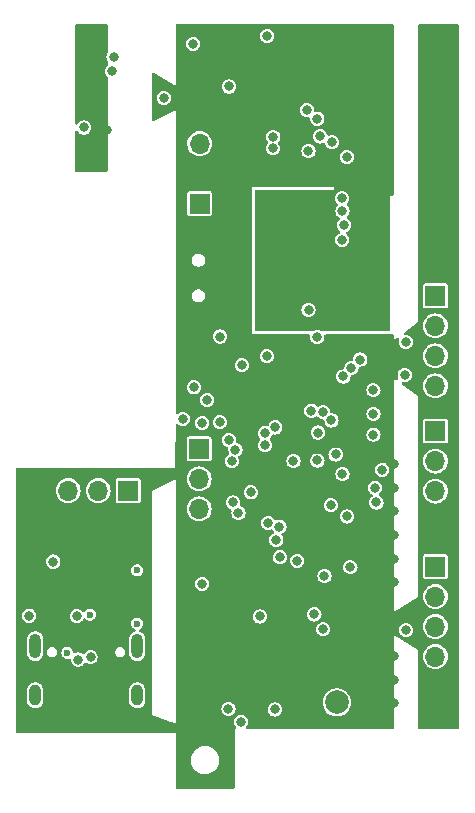
<source format=gbr>
%TF.GenerationSoftware,KiCad,Pcbnew,8.0.1*%
%TF.CreationDate,2024-07-19T12:33:08-04:00*%
%TF.ProjectId,Tiny4FSK,54696e79-3446-4534-9b2e-6b696361645f,rev?*%
%TF.SameCoordinates,Original*%
%TF.FileFunction,Copper,L2,Inr*%
%TF.FilePolarity,Positive*%
%FSLAX46Y46*%
G04 Gerber Fmt 4.6, Leading zero omitted, Abs format (unit mm)*
G04 Created by KiCad (PCBNEW 8.0.1) date 2024-07-19 12:33:08*
%MOMM*%
%LPD*%
G01*
G04 APERTURE LIST*
%TA.AperFunction,ComponentPad*%
%ADD10O,1.000000X2.100000*%
%TD*%
%TA.AperFunction,ComponentPad*%
%ADD11O,1.000000X1.800000*%
%TD*%
%TA.AperFunction,ComponentPad*%
%ADD12R,1.700000X1.700000*%
%TD*%
%TA.AperFunction,ComponentPad*%
%ADD13O,1.700000X1.700000*%
%TD*%
%TA.AperFunction,HeatsinkPad*%
%ADD14C,0.500000*%
%TD*%
%TA.AperFunction,ComponentPad*%
%ADD15C,0.600000*%
%TD*%
%TA.AperFunction,ComponentPad*%
%ADD16C,2.000000*%
%TD*%
%TA.AperFunction,ViaPad*%
%ADD17C,0.800000*%
%TD*%
%TA.AperFunction,ViaPad*%
%ADD18C,0.600000*%
%TD*%
G04 APERTURE END LIST*
D10*
%TO.N,Net-(J7-SHIELD)*%
%TO.C,J7*%
X128356776Y-100905139D03*
D11*
X128356776Y-105085139D03*
D10*
X136996776Y-100905139D03*
D11*
X136996776Y-105085139D03*
%TD*%
D12*
%TO.N,D+*%
%TO.C,J4*%
X142250000Y-84210000D03*
D13*
%TO.N,D-*%
X142250000Y-86750000D03*
%TO.N,+3.3V*%
X142250000Y-89290000D03*
%TO.N,Earth*%
X142250000Y-91830000D03*
%TD*%
D12*
%TO.N,+3.3V*%
%TO.C,J3*%
X162250000Y-82700000D03*
D13*
%TO.N,SDA*%
X162250000Y-85240000D03*
%TO.N,SCL*%
X162250000Y-87780000D03*
%TO.N,Earth*%
X162250000Y-90320000D03*
%TD*%
D14*
%TO.N,Earth*%
%TO.C,U6*%
X153500000Y-93000000D03*
X153500000Y-91000000D03*
X151500000Y-93000000D03*
X151500000Y-91000000D03*
%TD*%
D12*
%TO.N,+BATT*%
%TO.C,J1*%
X142294431Y-63452157D03*
D13*
%TO.N,Earth*%
X142294431Y-60912157D03*
%TO.N,+3.3V*%
X142294431Y-58372157D03*
%TD*%
D15*
%TO.N,Earth*%
%TO.C,U3*%
X154385000Y-69255000D03*
X152885000Y-69255000D03*
X153635000Y-69755000D03*
X154385000Y-70255000D03*
X152885000Y-70255000D03*
%TD*%
D16*
%TO.N,Net-(AE2-RF)*%
%TO.C,AE2*%
X153911023Y-105665790D03*
%TO.N,Earth*%
X150696023Y-105665790D03*
X157126023Y-105665790D03*
%TD*%
D12*
%TO.N,D12*%
%TO.C,J2*%
X162250000Y-71250000D03*
D13*
%TO.N,D13*%
X162250000Y-73790000D03*
%TO.N,A1*%
X162250000Y-76330000D03*
%TO.N,A2*%
X162250000Y-78870000D03*
%TD*%
D12*
%TO.N,D+*%
%TO.C,J5*%
X136241300Y-87746215D03*
D13*
%TO.N,D-*%
X133701300Y-87746215D03*
%TO.N,+3.3V*%
X131161300Y-87746215D03*
%TO.N,Earth*%
X128621300Y-87746215D03*
%TD*%
D12*
%TO.N,+3.3V*%
%TO.C,J6*%
X162250000Y-94175000D03*
D13*
%TO.N,MOSI*%
X162250000Y-96715000D03*
%TO.N,MISO*%
X162250000Y-99255000D03*
%TO.N,SCK*%
X162250000Y-101795000D03*
%TO.N,Earth*%
X162250000Y-104335000D03*
%TD*%
D17*
%TO.N,+3.3V*%
X148000000Y-49250000D03*
%TO.N,Earth*%
X140250000Y-54500000D03*
%TO.N,+3.3V*%
X139250000Y-54500000D03*
%TO.N,Earth*%
X133687028Y-48764181D03*
X157000000Y-67750000D03*
X158750000Y-93500000D03*
X146750000Y-54750000D03*
X150250000Y-73500000D03*
X149145000Y-70617500D03*
X134475000Y-57250000D03*
X154100761Y-73460013D03*
X140750000Y-64750000D03*
X155250000Y-53500000D03*
X148500000Y-72500000D03*
X146750000Y-60500000D03*
X158750000Y-89500000D03*
X150000000Y-49250000D03*
X130250000Y-103750000D03*
D18*
X131000000Y-94750000D03*
D17*
X149393582Y-89315344D03*
X157398495Y-66500000D03*
X156500000Y-59000000D03*
X157250000Y-49750000D03*
X143000000Y-98500000D03*
X128750000Y-91000000D03*
X145750000Y-71500000D03*
X162250000Y-64750000D03*
X161500000Y-48750000D03*
X158750000Y-91500000D03*
X162250000Y-59250000D03*
D18*
X127750000Y-89500000D03*
D17*
X140750000Y-57000000D03*
X163750000Y-58250000D03*
X156750000Y-57750000D03*
X143517594Y-75736303D03*
X147000000Y-48750000D03*
X131500000Y-103750000D03*
X163750000Y-65750000D03*
X129156247Y-97211402D03*
X156640503Y-72436099D03*
X157398495Y-63363147D03*
X140750000Y-50000000D03*
X156500000Y-54250000D03*
X142250000Y-69750000D03*
X162250000Y-63000000D03*
X144000000Y-48750000D03*
X142000000Y-48750000D03*
X145712500Y-97500000D03*
X158750000Y-101750000D03*
X152750000Y-100500000D03*
X145712500Y-99500000D03*
X143000000Y-99750000D03*
X141000000Y-71250000D03*
X141000000Y-75250000D03*
X145750000Y-72750000D03*
X141000000Y-95500000D03*
D18*
X137250000Y-89500000D03*
D17*
X163750000Y-63750000D03*
X148636558Y-56728370D03*
X153250000Y-54250000D03*
X162250000Y-53250000D03*
X163750000Y-62000000D03*
X153000000Y-48750000D03*
X141051040Y-80478020D03*
X141000000Y-48750000D03*
X158750000Y-95500000D03*
X155500000Y-58000000D03*
X154500000Y-57000000D03*
X158750000Y-87500000D03*
X145575000Y-93296174D03*
X157750000Y-53250000D03*
X143000000Y-48750000D03*
X151000000Y-49250000D03*
X141250000Y-55000000D03*
X151338438Y-84795769D03*
X157398495Y-65454381D03*
X135750000Y-102750000D03*
X162250000Y-51250000D03*
X163750000Y-60250000D03*
X156895000Y-71250000D03*
X162250000Y-57250000D03*
D18*
X135250000Y-98250000D03*
D17*
X155750000Y-56750000D03*
D18*
X137250000Y-90750000D03*
D17*
X157750000Y-55250000D03*
X146750000Y-50250000D03*
X140750000Y-107250000D03*
X148750000Y-75000000D03*
X153750000Y-96000000D03*
X158750000Y-85500000D03*
X158750000Y-105750000D03*
X162250000Y-68500000D03*
X149000000Y-49250000D03*
X141000000Y-68250000D03*
D18*
X137131627Y-92455116D03*
D17*
X150206745Y-101598744D03*
X162250000Y-107250000D03*
X153750000Y-75750000D03*
X144000000Y-57000000D03*
X154250000Y-79250000D03*
X151250000Y-77250000D03*
X132750000Y-103750000D03*
X154000000Y-48750000D03*
X163750000Y-50250000D03*
X135257753Y-94120555D03*
X131853448Y-97080187D03*
X153317735Y-98651785D03*
X163750000Y-52250000D03*
X150924913Y-100777203D03*
X157398495Y-64408764D03*
X152000000Y-49250000D03*
X145246210Y-81889939D03*
X150217626Y-99825086D03*
X163750000Y-56250000D03*
X150250000Y-54000000D03*
X162250000Y-61250000D03*
X162250000Y-66750000D03*
X158000000Y-48750000D03*
X155386182Y-87492574D03*
X149548424Y-100809847D03*
X157000000Y-48750000D03*
X146000000Y-48750000D03*
X139967157Y-107782843D03*
X129192696Y-94995323D03*
X158750000Y-103750000D03*
D18*
X137750000Y-96000000D03*
D17*
X162250000Y-55250000D03*
X135250000Y-103750000D03*
X154500000Y-55500000D03*
X155000000Y-98750000D03*
X163750000Y-54250000D03*
X163750000Y-67750000D03*
X134000000Y-103750000D03*
X145000000Y-48750000D03*
X149500000Y-96750000D03*
X129500000Y-102750000D03*
%TO.N,+3.3V*%
X154377605Y-64069111D03*
X147974083Y-76365498D03*
X154532500Y-65255000D03*
X132500000Y-57000000D03*
X148646023Y-106273570D03*
X154357500Y-63000000D03*
X153390002Y-88978107D03*
X152250000Y-74750000D03*
X145850000Y-77125000D03*
X154357500Y-66505000D03*
X144767423Y-53527003D03*
X129900000Y-93755000D03*
X141798491Y-79001099D03*
X144000000Y-81947607D03*
X154459160Y-78079760D03*
X157250000Y-88750000D03*
X157000000Y-81250000D03*
X157112500Y-87500000D03*
X150233148Y-85258148D03*
X154750000Y-59500000D03*
X151506122Y-72426524D03*
X147372669Y-98397974D03*
X134868342Y-52246507D03*
%TO.N,GPIO1*%
X146637653Y-87887653D03*
X148088612Y-90479669D03*
%TO.N,RF_RST*%
X145575000Y-89646586D03*
X149040055Y-90787500D03*
%TO.N,SCK*%
X148778661Y-91930002D03*
%TO.N,MISO*%
X149087390Y-93388488D03*
X152257005Y-85191040D03*
%TO.N,MOSI*%
X152750000Y-99475000D03*
X159776427Y-99538983D03*
%TO.N,RF_SS*%
X150549890Y-93679485D03*
X153798960Y-84682384D03*
%TO.N,SDA*%
X159648186Y-77955000D03*
X157000000Y-83000000D03*
X157750153Y-85974847D03*
%TO.N,SCL*%
X141746063Y-49911322D03*
X155141298Y-77348533D03*
X157000000Y-79250000D03*
%TO.N,SWDIO*%
X147822340Y-82874802D03*
%TO.N,SWCLK*%
X148696470Y-82389104D03*
%TO.N,nRST*%
X147820789Y-83897149D03*
X142500000Y-95625000D03*
%TO.N,A1*%
X144749134Y-83464176D03*
%TO.N,A2*%
X145319484Y-84285581D03*
%TO.N,D+*%
X133052482Y-101849196D03*
%TO.N,D-*%
X140852223Y-81666787D03*
X132000000Y-102050000D03*
X153449585Y-81798519D03*
%TO.N,SUCCESS*%
X145125000Y-88750000D03*
X144725178Y-106221176D03*
%TO.N,ERROR*%
X145794878Y-107319877D03*
X152000354Y-98225000D03*
X152855075Y-94998402D03*
X154777739Y-89928107D03*
%TO.N,SDN*%
X155052263Y-94223043D03*
X154382819Y-86357513D03*
%TO.N,D13*%
X152299750Y-82824750D03*
%TO.N,D12*%
X155893639Y-76643639D03*
X159750000Y-75155000D03*
%TO.N,+BATT*%
X148500000Y-58750000D03*
X151500000Y-59000000D03*
X148525000Y-57799906D03*
X152500000Y-57750000D03*
X144025000Y-74699191D03*
%TO.N,TXD*%
X151749999Y-80975000D03*
X152250000Y-56250000D03*
%TO.N,RXD*%
X151355571Y-55525000D03*
X152743299Y-81090588D03*
%TO.N,GPS_EN*%
X142500000Y-82025000D03*
X142927084Y-80076633D03*
X145012653Y-85237347D03*
X153500000Y-58250000D03*
%TO.N,USB*%
X127852305Y-98333575D03*
X131880025Y-98380025D03*
D18*
%TO.N,Net-(J7-SHIELD)*%
X137000000Y-99000000D03*
X137000000Y-94500000D03*
%TO.N,Net-(J7-CC1)*%
X133000000Y-98250000D03*
X131081765Y-101483235D03*
D17*
%TO.N,RFOUT*%
X135000000Y-51000000D03*
%TD*%
%TA.AperFunction,Conductor*%
%TO.N,Earth*%
G36*
X158693039Y-48269685D02*
G01*
X158738794Y-48322489D01*
X158750000Y-48374000D01*
X158750000Y-62637231D01*
X158730315Y-62704270D01*
X158677511Y-62750025D01*
X158626000Y-62761231D01*
X158433540Y-62761231D01*
X158433540Y-74137231D01*
X158413855Y-74204270D01*
X158361051Y-74250025D01*
X158309540Y-74261231D01*
X152641546Y-74261231D01*
X152574507Y-74241546D01*
X152566060Y-74235607D01*
X152552842Y-74225464D01*
X152406762Y-74164956D01*
X152406760Y-74164955D01*
X152250001Y-74144318D01*
X152249999Y-74144318D01*
X152093239Y-74164955D01*
X152093237Y-74164956D01*
X151947157Y-74225464D01*
X151933940Y-74235607D01*
X151868771Y-74260801D01*
X151858454Y-74261231D01*
X147057540Y-74261231D01*
X146990501Y-74241546D01*
X146944746Y-74188742D01*
X146933540Y-74137231D01*
X146933540Y-72426525D01*
X150900440Y-72426525D01*
X150921077Y-72583284D01*
X150921078Y-72583286D01*
X150981586Y-72729365D01*
X151077840Y-72854806D01*
X151203281Y-72951060D01*
X151349360Y-73011568D01*
X151427741Y-73021887D01*
X151506121Y-73032206D01*
X151506122Y-73032206D01*
X151506123Y-73032206D01*
X151558376Y-73025326D01*
X151662884Y-73011568D01*
X151808963Y-72951060D01*
X151934404Y-72854806D01*
X152030658Y-72729365D01*
X152091166Y-72583286D01*
X152111804Y-72426524D01*
X152091166Y-72269762D01*
X152030658Y-72123683D01*
X151934404Y-71998242D01*
X151808963Y-71901988D01*
X151662884Y-71841480D01*
X151662882Y-71841479D01*
X151506123Y-71820842D01*
X151506121Y-71820842D01*
X151349361Y-71841479D01*
X151349359Y-71841480D01*
X151203282Y-71901987D01*
X151077840Y-71998242D01*
X150981585Y-72123684D01*
X150921078Y-72269761D01*
X150921077Y-72269763D01*
X150900440Y-72426522D01*
X150900440Y-72426525D01*
X146933540Y-72426525D01*
X146933540Y-66505001D01*
X153751818Y-66505001D01*
X153772455Y-66661760D01*
X153772456Y-66661762D01*
X153832964Y-66807841D01*
X153929218Y-66933282D01*
X154054659Y-67029536D01*
X154200738Y-67090044D01*
X154279119Y-67100363D01*
X154357499Y-67110682D01*
X154357500Y-67110682D01*
X154357501Y-67110682D01*
X154409754Y-67103802D01*
X154514262Y-67090044D01*
X154660341Y-67029536D01*
X154785782Y-66933282D01*
X154882036Y-66807841D01*
X154942544Y-66661762D01*
X154963182Y-66505000D01*
X154942544Y-66348238D01*
X154882036Y-66202159D01*
X154785782Y-66076718D01*
X154722025Y-66027795D01*
X154680824Y-65971369D01*
X154676669Y-65901623D01*
X154710882Y-65840702D01*
X154750061Y-65814860D01*
X154813386Y-65788630D01*
X154835341Y-65779536D01*
X154960782Y-65683282D01*
X155057036Y-65557841D01*
X155117544Y-65411762D01*
X155138182Y-65255000D01*
X155117544Y-65098238D01*
X155057036Y-64952159D01*
X154960782Y-64826718D01*
X154835341Y-64730464D01*
X154817377Y-64723023D01*
X154762973Y-64679181D01*
X154740909Y-64612887D01*
X154758189Y-64545188D01*
X154789341Y-64510088D01*
X154805887Y-64497393D01*
X154902141Y-64371952D01*
X154962649Y-64225873D01*
X154983287Y-64069111D01*
X154962649Y-63912349D01*
X154902141Y-63766270D01*
X154805887Y-63640829D01*
X154785540Y-63625216D01*
X154744338Y-63568788D01*
X154740183Y-63499042D01*
X154774396Y-63438122D01*
X154785531Y-63428474D01*
X154785782Y-63428282D01*
X154882036Y-63302841D01*
X154942544Y-63156762D01*
X154963182Y-63000000D01*
X154942544Y-62843238D01*
X154882036Y-62697159D01*
X154785782Y-62571718D01*
X154660341Y-62475464D01*
X154617223Y-62457604D01*
X154514262Y-62414956D01*
X154514260Y-62414955D01*
X154357501Y-62394318D01*
X154357499Y-62394318D01*
X154200739Y-62414955D01*
X154200737Y-62414956D01*
X154054660Y-62475463D01*
X153929218Y-62571718D01*
X153832963Y-62697160D01*
X153772456Y-62843237D01*
X153772455Y-62843239D01*
X153751818Y-62999998D01*
X153751818Y-63000001D01*
X153772455Y-63156760D01*
X153772456Y-63156762D01*
X153832964Y-63302841D01*
X153929215Y-63428278D01*
X153929219Y-63428283D01*
X153949563Y-63443893D01*
X153990766Y-63500321D01*
X153994921Y-63570067D01*
X153960709Y-63630987D01*
X153949571Y-63640637D01*
X153949384Y-63640781D01*
X153949324Y-63640828D01*
X153853068Y-63766271D01*
X153792561Y-63912348D01*
X153792560Y-63912350D01*
X153771923Y-64069109D01*
X153771923Y-64069112D01*
X153792560Y-64225871D01*
X153792561Y-64225873D01*
X153853069Y-64371952D01*
X153949323Y-64497393D01*
X154074764Y-64593647D01*
X154092726Y-64601087D01*
X154147129Y-64644927D01*
X154169195Y-64711220D01*
X154151917Y-64778920D01*
X154120764Y-64814021D01*
X154104220Y-64826716D01*
X154007963Y-64952160D01*
X153947456Y-65098237D01*
X153947455Y-65098239D01*
X153926818Y-65254998D01*
X153926818Y-65255001D01*
X153947455Y-65411760D01*
X153947456Y-65411762D01*
X154007964Y-65557841D01*
X154104218Y-65683282D01*
X154167974Y-65732203D01*
X154209175Y-65788630D01*
X154213330Y-65858376D01*
X154179118Y-65919296D01*
X154139940Y-65945139D01*
X154054659Y-65980464D01*
X153929218Y-66076718D01*
X153832963Y-66202160D01*
X153772456Y-66348237D01*
X153772455Y-66348239D01*
X153751818Y-66504998D01*
X153751818Y-66505001D01*
X146933540Y-66505001D01*
X146933540Y-62385244D01*
X146953225Y-62318205D01*
X147006029Y-62272450D01*
X147057551Y-62261244D01*
X153684462Y-62261970D01*
X153684462Y-62011969D01*
X146683540Y-62011231D01*
X146683540Y-74511231D01*
X151534358Y-74511231D01*
X151601397Y-74530916D01*
X151647152Y-74583720D01*
X151657296Y-74651415D01*
X151651007Y-74699191D01*
X151644318Y-74750000D01*
X151644318Y-74750001D01*
X151664955Y-74906760D01*
X151664956Y-74906762D01*
X151703576Y-75000000D01*
X151725464Y-75052841D01*
X151821718Y-75178282D01*
X151947159Y-75274536D01*
X152093238Y-75335044D01*
X152171619Y-75345363D01*
X152249999Y-75355682D01*
X152250000Y-75355682D01*
X152250001Y-75355682D01*
X152302254Y-75348802D01*
X152406762Y-75335044D01*
X152552841Y-75274536D01*
X152678282Y-75178282D01*
X152774536Y-75052841D01*
X152835044Y-74906762D01*
X152855682Y-74750000D01*
X152842703Y-74651415D01*
X152853468Y-74582381D01*
X152899848Y-74530125D01*
X152965642Y-74511231D01*
X158626000Y-74511231D01*
X158693039Y-74530916D01*
X158738794Y-74583720D01*
X158750000Y-74635231D01*
X158750000Y-74999999D01*
X158750000Y-75000000D01*
X158988663Y-74821002D01*
X159054104Y-74796527D01*
X159122390Y-74811317D01*
X159171840Y-74860678D01*
X159186754Y-74928937D01*
X159177624Y-74967654D01*
X159164956Y-74998237D01*
X159164955Y-74998239D01*
X159144318Y-75154998D01*
X159144318Y-75155001D01*
X159164955Y-75311760D01*
X159164956Y-75311762D01*
X159225464Y-75457841D01*
X159321718Y-75583282D01*
X159447159Y-75679536D01*
X159593238Y-75740044D01*
X159671619Y-75750363D01*
X159749999Y-75760682D01*
X159750000Y-75760682D01*
X159750001Y-75760682D01*
X159802254Y-75753802D01*
X159906762Y-75740044D01*
X160052841Y-75679536D01*
X160178282Y-75583282D01*
X160274536Y-75457841D01*
X160335044Y-75311762D01*
X160355682Y-75155000D01*
X160335044Y-74998238D01*
X160274536Y-74852159D01*
X160178282Y-74726718D01*
X160052841Y-74630464D01*
X159906762Y-74569956D01*
X159906760Y-74569955D01*
X159750001Y-74549318D01*
X159749999Y-74549318D01*
X159735057Y-74551285D01*
X159666021Y-74540519D01*
X159613766Y-74494139D01*
X159594881Y-74426870D01*
X159615362Y-74360069D01*
X159644472Y-74329146D01*
X160363333Y-73790000D01*
X161194417Y-73790000D01*
X161214699Y-73995932D01*
X161214700Y-73995934D01*
X161274768Y-74193954D01*
X161372315Y-74376450D01*
X161388647Y-74396351D01*
X161503589Y-74536410D01*
X161600209Y-74615702D01*
X161663550Y-74667685D01*
X161846046Y-74765232D01*
X162044066Y-74825300D01*
X162044065Y-74825300D01*
X162062529Y-74827118D01*
X162250000Y-74845583D01*
X162455934Y-74825300D01*
X162653954Y-74765232D01*
X162836450Y-74667685D01*
X162996410Y-74536410D01*
X163127685Y-74376450D01*
X163225232Y-74193954D01*
X163285300Y-73995934D01*
X163305583Y-73790000D01*
X163285300Y-73584066D01*
X163225232Y-73386046D01*
X163127685Y-73203550D01*
X163075702Y-73140209D01*
X162996410Y-73043589D01*
X162836452Y-72912317D01*
X162836453Y-72912317D01*
X162836450Y-72912315D01*
X162653954Y-72814768D01*
X162455934Y-72754700D01*
X162455932Y-72754699D01*
X162455934Y-72754699D01*
X162250000Y-72734417D01*
X162044067Y-72754699D01*
X161846043Y-72814769D01*
X161735898Y-72873643D01*
X161663550Y-72912315D01*
X161663548Y-72912316D01*
X161663547Y-72912317D01*
X161503589Y-73043589D01*
X161372317Y-73203547D01*
X161274769Y-73386043D01*
X161214699Y-73584067D01*
X161194417Y-73790000D01*
X160363333Y-73790000D01*
X160750000Y-73500000D01*
X160750000Y-72119752D01*
X161199500Y-72119752D01*
X161211131Y-72178229D01*
X161211132Y-72178230D01*
X161255447Y-72244552D01*
X161321769Y-72288867D01*
X161321770Y-72288868D01*
X161380247Y-72300499D01*
X161380250Y-72300500D01*
X161380252Y-72300500D01*
X163119750Y-72300500D01*
X163119751Y-72300499D01*
X163134568Y-72297552D01*
X163178229Y-72288868D01*
X163178229Y-72288867D01*
X163178231Y-72288867D01*
X163244552Y-72244552D01*
X163288867Y-72178231D01*
X163288867Y-72178229D01*
X163288868Y-72178229D01*
X163300499Y-72119752D01*
X163300500Y-72119750D01*
X163300500Y-70380249D01*
X163300499Y-70380247D01*
X163288868Y-70321770D01*
X163288867Y-70321769D01*
X163244552Y-70255447D01*
X163178230Y-70211132D01*
X163178229Y-70211131D01*
X163119752Y-70199500D01*
X163119748Y-70199500D01*
X161380252Y-70199500D01*
X161380247Y-70199500D01*
X161321770Y-70211131D01*
X161321769Y-70211132D01*
X161255447Y-70255447D01*
X161211132Y-70321769D01*
X161211131Y-70321770D01*
X161199500Y-70380247D01*
X161199500Y-72119752D01*
X160750000Y-72119752D01*
X160750000Y-48374000D01*
X160769685Y-48306961D01*
X160822489Y-48261206D01*
X160874000Y-48250000D01*
X164125992Y-48250000D01*
X164193031Y-48269685D01*
X164238786Y-48322489D01*
X164249991Y-48374002D01*
X164249952Y-50214161D01*
X164248712Y-107805121D01*
X164229026Y-107872160D01*
X164176221Y-107917913D01*
X164124727Y-107929118D01*
X160874007Y-107929504D01*
X160806965Y-107909827D01*
X160761204Y-107857029D01*
X160749992Y-107805504D01*
X160749992Y-107622719D01*
X160749999Y-101795000D01*
X161194417Y-101795000D01*
X161214699Y-102000932D01*
X161244734Y-102099944D01*
X161274768Y-102198954D01*
X161372315Y-102381450D01*
X161372317Y-102381452D01*
X161503589Y-102541410D01*
X161543954Y-102574536D01*
X161663550Y-102672685D01*
X161846046Y-102770232D01*
X162044066Y-102830300D01*
X162044065Y-102830300D01*
X162062529Y-102832118D01*
X162250000Y-102850583D01*
X162455934Y-102830300D01*
X162653954Y-102770232D01*
X162836450Y-102672685D01*
X162996410Y-102541410D01*
X163127685Y-102381450D01*
X163225232Y-102198954D01*
X163285300Y-102000934D01*
X163305583Y-101795000D01*
X163285300Y-101589066D01*
X163225232Y-101391046D01*
X163127685Y-101208550D01*
X163039497Y-101101092D01*
X162996410Y-101048589D01*
X162836452Y-100917317D01*
X162836453Y-100917317D01*
X162836450Y-100917315D01*
X162653954Y-100819768D01*
X162455934Y-100759700D01*
X162455932Y-100759699D01*
X162455934Y-100759699D01*
X162250000Y-100739417D01*
X162044067Y-100759699D01*
X161846043Y-100819769D01*
X161735898Y-100878643D01*
X161663550Y-100917315D01*
X161663548Y-100917316D01*
X161663547Y-100917317D01*
X161503589Y-101048589D01*
X161372317Y-101208547D01*
X161372315Y-101208550D01*
X161353626Y-101243514D01*
X161274769Y-101391043D01*
X161214699Y-101589067D01*
X161194417Y-101795000D01*
X160749999Y-101795000D01*
X160750000Y-101250000D01*
X158750000Y-100000000D01*
X158750000Y-101500000D01*
X158749992Y-107805770D01*
X158730307Y-107872810D01*
X158677503Y-107918564D01*
X158626007Y-107929770D01*
X146334148Y-107931227D01*
X146267106Y-107911550D01*
X146221345Y-107858752D01*
X146211393Y-107789595D01*
X146235757Y-107731742D01*
X146319414Y-107622718D01*
X146379922Y-107476639D01*
X146400560Y-107319877D01*
X146379922Y-107163115D01*
X146319414Y-107017036D01*
X146223160Y-106891595D01*
X146097719Y-106795341D01*
X145951640Y-106734833D01*
X145951638Y-106734832D01*
X145794879Y-106714195D01*
X145794877Y-106714195D01*
X145638117Y-106734832D01*
X145638115Y-106734833D01*
X145492038Y-106795340D01*
X145366596Y-106891595D01*
X145270341Y-107017037D01*
X145209834Y-107163114D01*
X145209833Y-107163116D01*
X145189196Y-107319875D01*
X145189196Y-107319878D01*
X145209833Y-107476637D01*
X145209834Y-107476639D01*
X145270342Y-107622719D01*
X145354096Y-107731869D01*
X145379290Y-107797038D01*
X145365252Y-107865483D01*
X145316438Y-107915472D01*
X145255735Y-107931355D01*
X145250000Y-107931355D01*
X145250000Y-112876000D01*
X145230315Y-112943039D01*
X145177511Y-112988794D01*
X145126000Y-113000000D01*
X140374000Y-113000000D01*
X140306961Y-112980315D01*
X140261206Y-112927511D01*
X140250000Y-112876000D01*
X140250000Y-110671045D01*
X141539804Y-110671045D01*
X141569363Y-110857677D01*
X141627758Y-111037395D01*
X141713544Y-111205758D01*
X141824614Y-111358632D01*
X141958231Y-111492249D01*
X142111105Y-111603319D01*
X142190651Y-111643849D01*
X142279467Y-111689104D01*
X142279469Y-111689104D01*
X142279472Y-111689106D01*
X142375801Y-111720405D01*
X142459185Y-111747499D01*
X142645818Y-111777059D01*
X142645823Y-111777059D01*
X142834790Y-111777059D01*
X143021422Y-111747499D01*
X143201136Y-111689106D01*
X143369503Y-111603319D01*
X143522377Y-111492249D01*
X143655994Y-111358632D01*
X143767064Y-111205758D01*
X143852851Y-111037391D01*
X143911244Y-110857677D01*
X143940804Y-110671045D01*
X143940804Y-110482072D01*
X143911244Y-110295440D01*
X143852849Y-110115722D01*
X143767063Y-109947359D01*
X143655994Y-109794486D01*
X143522377Y-109660869D01*
X143369503Y-109549799D01*
X143201140Y-109464013D01*
X143021422Y-109405618D01*
X142834790Y-109376059D01*
X142834785Y-109376059D01*
X142645823Y-109376059D01*
X142645818Y-109376059D01*
X142459185Y-109405618D01*
X142279467Y-109464013D01*
X142111104Y-109549799D01*
X142023883Y-109613169D01*
X141958231Y-109660869D01*
X141958229Y-109660871D01*
X141958228Y-109660871D01*
X141824616Y-109794483D01*
X141824616Y-109794484D01*
X141824614Y-109794486D01*
X141776914Y-109860138D01*
X141713544Y-109947359D01*
X141627758Y-110115722D01*
X141569363Y-110295440D01*
X141539804Y-110482072D01*
X141539804Y-110671045D01*
X140250000Y-110671045D01*
X140250000Y-108250000D01*
X126873960Y-108250000D01*
X126806921Y-108230315D01*
X126761166Y-108177511D01*
X126749960Y-108126040D01*
X126749516Y-106750000D01*
X138250000Y-106750000D01*
X140250000Y-107500000D01*
X140250000Y-107499999D01*
X140250000Y-106221177D01*
X144119496Y-106221177D01*
X144140133Y-106377936D01*
X144140134Y-106377938D01*
X144161835Y-106430330D01*
X144200642Y-106524017D01*
X144296896Y-106649458D01*
X144422337Y-106745712D01*
X144568416Y-106806220D01*
X144646797Y-106816539D01*
X144725177Y-106826858D01*
X144725178Y-106826858D01*
X144725179Y-106826858D01*
X144777432Y-106819978D01*
X144881940Y-106806220D01*
X145028019Y-106745712D01*
X145153460Y-106649458D01*
X145249714Y-106524017D01*
X145310222Y-106377938D01*
X145323962Y-106273571D01*
X148040341Y-106273571D01*
X148060978Y-106430330D01*
X148060979Y-106430332D01*
X148080734Y-106478026D01*
X148121487Y-106576411D01*
X148217741Y-106701852D01*
X148343182Y-106798106D01*
X148489261Y-106858614D01*
X148567642Y-106868933D01*
X148646022Y-106879252D01*
X148646023Y-106879252D01*
X148646024Y-106879252D01*
X148698277Y-106872372D01*
X148802785Y-106858614D01*
X148948864Y-106798106D01*
X149074305Y-106701852D01*
X149170559Y-106576411D01*
X149231067Y-106430332D01*
X149251705Y-106273570D01*
X149231067Y-106116808D01*
X149170559Y-105970729D01*
X149074305Y-105845288D01*
X148948864Y-105749034D01*
X148822371Y-105696639D01*
X148802785Y-105688526D01*
X148802783Y-105688525D01*
X148646024Y-105667888D01*
X148646022Y-105667888D01*
X148489262Y-105688525D01*
X148489260Y-105688526D01*
X148343183Y-105749033D01*
X148217741Y-105845288D01*
X148121486Y-105970730D01*
X148060979Y-106116807D01*
X148060978Y-106116809D01*
X148040341Y-106273568D01*
X148040341Y-106273571D01*
X145323962Y-106273571D01*
X145330860Y-106221176D01*
X145326181Y-106185639D01*
X145310222Y-106064415D01*
X145310222Y-106064414D01*
X145249714Y-105918335D01*
X145153460Y-105792894D01*
X145028019Y-105696640D01*
X145010687Y-105689461D01*
X144953540Y-105665790D01*
X152705380Y-105665790D01*
X152725907Y-105887325D01*
X152725908Y-105887327D01*
X152786792Y-106101313D01*
X152786798Y-106101328D01*
X152885961Y-106300473D01*
X152885966Y-106300481D01*
X153020043Y-106478028D01*
X153184460Y-106627913D01*
X153184462Y-106627915D01*
X153373618Y-106745035D01*
X153373619Y-106745035D01*
X153373622Y-106745037D01*
X153581083Y-106825408D01*
X153799780Y-106866290D01*
X153799782Y-106866290D01*
X154022264Y-106866290D01*
X154022266Y-106866290D01*
X154240963Y-106825408D01*
X154448424Y-106745037D01*
X154637585Y-106627914D01*
X154802004Y-106478026D01*
X154936081Y-106300479D01*
X155035252Y-106101318D01*
X155096138Y-105887326D01*
X155116666Y-105665790D01*
X155112005Y-105615494D01*
X155096138Y-105444254D01*
X155096137Y-105444252D01*
X155035253Y-105230266D01*
X155035252Y-105230262D01*
X155035247Y-105230251D01*
X154936084Y-105031106D01*
X154936079Y-105031098D01*
X154802002Y-104853551D01*
X154637585Y-104703666D01*
X154637583Y-104703664D01*
X154448427Y-104586544D01*
X154448421Y-104586542D01*
X154240963Y-104506172D01*
X154022266Y-104465290D01*
X153799780Y-104465290D01*
X153581083Y-104506172D01*
X153449887Y-104556997D01*
X153373624Y-104586542D01*
X153373618Y-104586544D01*
X153184462Y-104703664D01*
X153184460Y-104703666D01*
X153020043Y-104853551D01*
X152885966Y-105031098D01*
X152885961Y-105031106D01*
X152786798Y-105230251D01*
X152786792Y-105230266D01*
X152725908Y-105444252D01*
X152725907Y-105444254D01*
X152705380Y-105665789D01*
X152705380Y-105665790D01*
X144953540Y-105665790D01*
X144881940Y-105636132D01*
X144881938Y-105636131D01*
X144725179Y-105615494D01*
X144725177Y-105615494D01*
X144568417Y-105636131D01*
X144568415Y-105636132D01*
X144422338Y-105696639D01*
X144296896Y-105792894D01*
X144200641Y-105918336D01*
X144140134Y-106064413D01*
X144140133Y-106064415D01*
X144119496Y-106221174D01*
X144119496Y-106221177D01*
X140250000Y-106221177D01*
X140250000Y-99475001D01*
X152144318Y-99475001D01*
X152164955Y-99631760D01*
X152164956Y-99631762D01*
X152207453Y-99734360D01*
X152225464Y-99777841D01*
X152321718Y-99903282D01*
X152447159Y-99999536D01*
X152593238Y-100060044D01*
X152671619Y-100070363D01*
X152749999Y-100080682D01*
X152750000Y-100080682D01*
X152750001Y-100080682D01*
X152802254Y-100073802D01*
X152906762Y-100060044D01*
X153052841Y-99999536D01*
X153178282Y-99903282D01*
X153274536Y-99777841D01*
X153335044Y-99631762D01*
X153347258Y-99538984D01*
X159170745Y-99538984D01*
X159191382Y-99695743D01*
X159191383Y-99695745D01*
X159239133Y-99811025D01*
X159251891Y-99841824D01*
X159348145Y-99967265D01*
X159473586Y-100063519D01*
X159619665Y-100124027D01*
X159698046Y-100134346D01*
X159776426Y-100144665D01*
X159776427Y-100144665D01*
X159776428Y-100144665D01*
X159828681Y-100137785D01*
X159933189Y-100124027D01*
X160079268Y-100063519D01*
X160204709Y-99967265D01*
X160300963Y-99841824D01*
X160361471Y-99695745D01*
X160382109Y-99538983D01*
X160371833Y-99460932D01*
X160361471Y-99382222D01*
X160361471Y-99382221D01*
X160308774Y-99255000D01*
X161194417Y-99255000D01*
X161214699Y-99460932D01*
X161218967Y-99475001D01*
X161274768Y-99658954D01*
X161372315Y-99841450D01*
X161372622Y-99841824D01*
X161503589Y-100001410D01*
X161575035Y-100060043D01*
X161663550Y-100132685D01*
X161846046Y-100230232D01*
X162044066Y-100290300D01*
X162044065Y-100290300D01*
X162062529Y-100292118D01*
X162250000Y-100310583D01*
X162455934Y-100290300D01*
X162653954Y-100230232D01*
X162836450Y-100132685D01*
X162996410Y-100001410D01*
X163127685Y-99841450D01*
X163225232Y-99658954D01*
X163285300Y-99460934D01*
X163305583Y-99255000D01*
X163285300Y-99049066D01*
X163225232Y-98851046D01*
X163127685Y-98668550D01*
X163066403Y-98593877D01*
X162996410Y-98508589D01*
X162861621Y-98397972D01*
X162836450Y-98377315D01*
X162653954Y-98279768D01*
X162455934Y-98219700D01*
X162455932Y-98219699D01*
X162455934Y-98219699D01*
X162250000Y-98199417D01*
X162044067Y-98219699D01*
X161846043Y-98279769D01*
X161745385Y-98333573D01*
X161663550Y-98377315D01*
X161663548Y-98377316D01*
X161663547Y-98377317D01*
X161503589Y-98508589D01*
X161384844Y-98653283D01*
X161372315Y-98668550D01*
X161341272Y-98726627D01*
X161274769Y-98851043D01*
X161214699Y-99049067D01*
X161194417Y-99255000D01*
X160308774Y-99255000D01*
X160300963Y-99236142D01*
X160204709Y-99110701D01*
X160079268Y-99014447D01*
X160053216Y-99003656D01*
X159933189Y-98953939D01*
X159933187Y-98953938D01*
X159776428Y-98933301D01*
X159776426Y-98933301D01*
X159619666Y-98953938D01*
X159619664Y-98953939D01*
X159473587Y-99014446D01*
X159348145Y-99110701D01*
X159251890Y-99236143D01*
X159191383Y-99382220D01*
X159191382Y-99382222D01*
X159170745Y-99538981D01*
X159170745Y-99538984D01*
X153347258Y-99538984D01*
X153355682Y-99475000D01*
X153353927Y-99461673D01*
X153335044Y-99318239D01*
X153335044Y-99318238D01*
X153274536Y-99172159D01*
X153178282Y-99046718D01*
X153052841Y-98950464D01*
X152975960Y-98918619D01*
X152906762Y-98889956D01*
X152906760Y-98889955D01*
X152750001Y-98869318D01*
X152749999Y-98869318D01*
X152593239Y-98889955D01*
X152593237Y-98889956D01*
X152447150Y-98950467D01*
X152446429Y-98950884D01*
X152445744Y-98951049D01*
X152445599Y-98951109D01*
X152441396Y-98954885D01*
X152382602Y-99000000D01*
X152321718Y-99046718D01*
X152225463Y-99172160D01*
X152164956Y-99318237D01*
X152164955Y-99318239D01*
X152144318Y-99474998D01*
X152144318Y-99475001D01*
X140250000Y-99475001D01*
X140250000Y-98397975D01*
X146766987Y-98397975D01*
X146787624Y-98554734D01*
X146787625Y-98554736D01*
X146828444Y-98653283D01*
X146848133Y-98700815D01*
X146944387Y-98826256D01*
X147069828Y-98922510D01*
X147215907Y-98983018D01*
X147294288Y-98993337D01*
X147372668Y-99003656D01*
X147372669Y-99003656D01*
X147372670Y-99003656D01*
X147424923Y-98996776D01*
X147529431Y-98983018D01*
X147675510Y-98922510D01*
X147800951Y-98826256D01*
X147897205Y-98700815D01*
X147957713Y-98554736D01*
X147978351Y-98397974D01*
X147976216Y-98381760D01*
X147957713Y-98241213D01*
X147957713Y-98241212D01*
X147950998Y-98225001D01*
X151394672Y-98225001D01*
X151415309Y-98381760D01*
X151415310Y-98381762D01*
X151467843Y-98508589D01*
X151475818Y-98527841D01*
X151572072Y-98653282D01*
X151697513Y-98749536D01*
X151843592Y-98810044D01*
X151921973Y-98820363D01*
X152000353Y-98830682D01*
X152000354Y-98830682D01*
X152000355Y-98830682D01*
X152052608Y-98823802D01*
X152157116Y-98810044D01*
X152303195Y-98749536D01*
X152303200Y-98749531D01*
X152303907Y-98749125D01*
X152304582Y-98748961D01*
X152304750Y-98748891D01*
X152308949Y-98745120D01*
X152428636Y-98653282D01*
X152524890Y-98527841D01*
X152585398Y-98381762D01*
X152606036Y-98225000D01*
X152605807Y-98223264D01*
X152585398Y-98068239D01*
X152585398Y-98068238D01*
X152557133Y-98000000D01*
X158750000Y-98000000D01*
X160750000Y-96750000D01*
X160750000Y-96715000D01*
X161194417Y-96715000D01*
X161214699Y-96920932D01*
X161214700Y-96920934D01*
X161274768Y-97118954D01*
X161372315Y-97301450D01*
X161372317Y-97301452D01*
X161503589Y-97461410D01*
X161600209Y-97540702D01*
X161663550Y-97592685D01*
X161846046Y-97690232D01*
X162044066Y-97750300D01*
X162044065Y-97750300D01*
X162062529Y-97752118D01*
X162250000Y-97770583D01*
X162455934Y-97750300D01*
X162653954Y-97690232D01*
X162836450Y-97592685D01*
X162996410Y-97461410D01*
X163127685Y-97301450D01*
X163225232Y-97118954D01*
X163285300Y-96920934D01*
X163305583Y-96715000D01*
X163285300Y-96509066D01*
X163225232Y-96311046D01*
X163127685Y-96128550D01*
X163065914Y-96053281D01*
X162996410Y-95968589D01*
X162836452Y-95837317D01*
X162836453Y-95837317D01*
X162836450Y-95837315D01*
X162653954Y-95739768D01*
X162455934Y-95679700D01*
X162455932Y-95679699D01*
X162455934Y-95679699D01*
X162250000Y-95659417D01*
X162044067Y-95679699D01*
X161846043Y-95739769D01*
X161767485Y-95781760D01*
X161663550Y-95837315D01*
X161663548Y-95837316D01*
X161663547Y-95837317D01*
X161503589Y-95968589D01*
X161372317Y-96128547D01*
X161274769Y-96311043D01*
X161214699Y-96509067D01*
X161194417Y-96715000D01*
X160750000Y-96715000D01*
X160750000Y-95044752D01*
X161199500Y-95044752D01*
X161211131Y-95103229D01*
X161211132Y-95103230D01*
X161255447Y-95169552D01*
X161321769Y-95213867D01*
X161321770Y-95213868D01*
X161380247Y-95225499D01*
X161380250Y-95225500D01*
X161380252Y-95225500D01*
X163119750Y-95225500D01*
X163119751Y-95225499D01*
X163134568Y-95222552D01*
X163178229Y-95213868D01*
X163178229Y-95213867D01*
X163178231Y-95213867D01*
X163244552Y-95169552D01*
X163288867Y-95103231D01*
X163288867Y-95103229D01*
X163288868Y-95103229D01*
X163300499Y-95044752D01*
X163300500Y-95044750D01*
X163300500Y-93305249D01*
X163300499Y-93305247D01*
X163288868Y-93246770D01*
X163288867Y-93246769D01*
X163244552Y-93180447D01*
X163178230Y-93136132D01*
X163178229Y-93136131D01*
X163119752Y-93124500D01*
X163119748Y-93124500D01*
X161380252Y-93124500D01*
X161380247Y-93124500D01*
X161321770Y-93136131D01*
X161321769Y-93136132D01*
X161255447Y-93180447D01*
X161211132Y-93246769D01*
X161211131Y-93246770D01*
X161199500Y-93305247D01*
X161199500Y-95044752D01*
X160750000Y-95044752D01*
X160750000Y-87780000D01*
X161194417Y-87780000D01*
X161214699Y-87985932D01*
X161226410Y-88024537D01*
X161274768Y-88183954D01*
X161372315Y-88366450D01*
X161372317Y-88366452D01*
X161503589Y-88526410D01*
X161585022Y-88593239D01*
X161663550Y-88657685D01*
X161846046Y-88755232D01*
X162044066Y-88815300D01*
X162044065Y-88815300D01*
X162062529Y-88817118D01*
X162250000Y-88835583D01*
X162455934Y-88815300D01*
X162653954Y-88755232D01*
X162836450Y-88657685D01*
X162996410Y-88526410D01*
X163127685Y-88366450D01*
X163225232Y-88183954D01*
X163285300Y-87985934D01*
X163305583Y-87780000D01*
X163285300Y-87574066D01*
X163225232Y-87376046D01*
X163127685Y-87193550D01*
X163027701Y-87071718D01*
X162996410Y-87033589D01*
X162836452Y-86902317D01*
X162836453Y-86902317D01*
X162836450Y-86902315D01*
X162653954Y-86804768D01*
X162455934Y-86744700D01*
X162455932Y-86744699D01*
X162455934Y-86744699D01*
X162250000Y-86724417D01*
X162044067Y-86744699D01*
X161846043Y-86804769D01*
X161735898Y-86863643D01*
X161663550Y-86902315D01*
X161663548Y-86902316D01*
X161663547Y-86902317D01*
X161503589Y-87033589D01*
X161400041Y-87159765D01*
X161372315Y-87193550D01*
X161333643Y-87265898D01*
X161274769Y-87376043D01*
X161214699Y-87574067D01*
X161194417Y-87780000D01*
X160750000Y-87780000D01*
X160750000Y-85240000D01*
X161194417Y-85240000D01*
X161214699Y-85445932D01*
X161229244Y-85493879D01*
X161274768Y-85643954D01*
X161372315Y-85826450D01*
X161372317Y-85826452D01*
X161503589Y-85986410D01*
X161586768Y-86054672D01*
X161663550Y-86117685D01*
X161846046Y-86215232D01*
X162044066Y-86275300D01*
X162044065Y-86275300D01*
X162062529Y-86277118D01*
X162250000Y-86295583D01*
X162455934Y-86275300D01*
X162653954Y-86215232D01*
X162836450Y-86117685D01*
X162996410Y-85986410D01*
X163127685Y-85826450D01*
X163225232Y-85643954D01*
X163285300Y-85445934D01*
X163305583Y-85240000D01*
X163285300Y-85034066D01*
X163225232Y-84836046D01*
X163127685Y-84653550D01*
X163071722Y-84585358D01*
X162996410Y-84493589D01*
X162857444Y-84379544D01*
X162836450Y-84362315D01*
X162653954Y-84264768D01*
X162455934Y-84204700D01*
X162455932Y-84204699D01*
X162455934Y-84204699D01*
X162250000Y-84184417D01*
X162044067Y-84204699D01*
X161846043Y-84264769D01*
X161735898Y-84323643D01*
X161663550Y-84362315D01*
X161663548Y-84362316D01*
X161663547Y-84362317D01*
X161503589Y-84493589D01*
X161372317Y-84653547D01*
X161372315Y-84653550D01*
X161365391Y-84666504D01*
X161274769Y-84836043D01*
X161214699Y-85034067D01*
X161194417Y-85240000D01*
X160750000Y-85240000D01*
X160750000Y-83569752D01*
X161199500Y-83569752D01*
X161211131Y-83628229D01*
X161211132Y-83628230D01*
X161255447Y-83694552D01*
X161321769Y-83738867D01*
X161321770Y-83738868D01*
X161380247Y-83750499D01*
X161380250Y-83750500D01*
X161380252Y-83750500D01*
X163119750Y-83750500D01*
X163119751Y-83750499D01*
X163134568Y-83747552D01*
X163178229Y-83738868D01*
X163178229Y-83738867D01*
X163178231Y-83738867D01*
X163244552Y-83694552D01*
X163288867Y-83628231D01*
X163288867Y-83628229D01*
X163288868Y-83628229D01*
X163300499Y-83569752D01*
X163300500Y-83569750D01*
X163300500Y-81830249D01*
X163300499Y-81830247D01*
X163288868Y-81771770D01*
X163288867Y-81771769D01*
X163244552Y-81705447D01*
X163178230Y-81661132D01*
X163178229Y-81661131D01*
X163119752Y-81649500D01*
X163119748Y-81649500D01*
X161380252Y-81649500D01*
X161380247Y-81649500D01*
X161321770Y-81661131D01*
X161321769Y-81661132D01*
X161255447Y-81705447D01*
X161211132Y-81771769D01*
X161211131Y-81771770D01*
X161199500Y-81830247D01*
X161199500Y-83569752D01*
X160750000Y-83569752D01*
X160750000Y-79750000D01*
X160750000Y-79749999D01*
X159576667Y-78870000D01*
X161194417Y-78870000D01*
X161214699Y-79075932D01*
X161219949Y-79093238D01*
X161274768Y-79273954D01*
X161372315Y-79456450D01*
X161372317Y-79456452D01*
X161503589Y-79616410D01*
X161600209Y-79695702D01*
X161663550Y-79747685D01*
X161846046Y-79845232D01*
X162044066Y-79905300D01*
X162044065Y-79905300D01*
X162062529Y-79907118D01*
X162250000Y-79925583D01*
X162455934Y-79905300D01*
X162653954Y-79845232D01*
X162836450Y-79747685D01*
X162996410Y-79616410D01*
X163127685Y-79456450D01*
X163225232Y-79273954D01*
X163285300Y-79075934D01*
X163305583Y-78870000D01*
X163285300Y-78664066D01*
X163225232Y-78466046D01*
X163127685Y-78283550D01*
X163075702Y-78220209D01*
X162996410Y-78123589D01*
X162836452Y-77992317D01*
X162836453Y-77992317D01*
X162836450Y-77992315D01*
X162653954Y-77894768D01*
X162455934Y-77834700D01*
X162455932Y-77834699D01*
X162455934Y-77834699D01*
X162250000Y-77814417D01*
X162044067Y-77834699D01*
X161846043Y-77894769D01*
X161742554Y-77950086D01*
X161663550Y-77992315D01*
X161663548Y-77992316D01*
X161663547Y-77992317D01*
X161503589Y-78123589D01*
X161372317Y-78283547D01*
X161274769Y-78466043D01*
X161214699Y-78664067D01*
X161194417Y-78870000D01*
X159576667Y-78870000D01*
X159439739Y-78767304D01*
X159397918Y-78711333D01*
X159392997Y-78641637D01*
X159426537Y-78580344D01*
X159487890Y-78546914D01*
X159530322Y-78545165D01*
X159648186Y-78560682D01*
X159648187Y-78560682D01*
X159700440Y-78553802D01*
X159804948Y-78540044D01*
X159951027Y-78479536D01*
X160076468Y-78383282D01*
X160172722Y-78257841D01*
X160233230Y-78111762D01*
X160253868Y-77955000D01*
X160251047Y-77933576D01*
X160233230Y-77798239D01*
X160233230Y-77798238D01*
X160172722Y-77652159D01*
X160076468Y-77526718D01*
X159951027Y-77430464D01*
X159842672Y-77385582D01*
X159804948Y-77369956D01*
X159804946Y-77369955D01*
X159648187Y-77349318D01*
X159648185Y-77349318D01*
X159491425Y-77369955D01*
X159491423Y-77369956D01*
X159345346Y-77430463D01*
X159219904Y-77526718D01*
X159123649Y-77652160D01*
X159063142Y-77798237D01*
X159063141Y-77798239D01*
X159042504Y-77954998D01*
X159042504Y-77955001D01*
X159063141Y-78111760D01*
X159063143Y-78111765D01*
X159114049Y-78234664D01*
X159121518Y-78304133D01*
X159090243Y-78366612D01*
X159030154Y-78402264D01*
X158960328Y-78399770D01*
X158925088Y-78381316D01*
X158750000Y-78250000D01*
X158750000Y-79750000D01*
X158750000Y-96750000D01*
X158750000Y-98000000D01*
X152557133Y-98000000D01*
X152524890Y-97922159D01*
X152428636Y-97796718D01*
X152303195Y-97700464D01*
X152157116Y-97639956D01*
X152157114Y-97639955D01*
X152000355Y-97619318D01*
X152000353Y-97619318D01*
X151843593Y-97639955D01*
X151843591Y-97639956D01*
X151697514Y-97700463D01*
X151572072Y-97796718D01*
X151475817Y-97922160D01*
X151415310Y-98068237D01*
X151415309Y-98068239D01*
X151394672Y-98224998D01*
X151394672Y-98225001D01*
X147950998Y-98225001D01*
X147897205Y-98095133D01*
X147800951Y-97969692D01*
X147675510Y-97873438D01*
X147662036Y-97867857D01*
X147529431Y-97812930D01*
X147529429Y-97812929D01*
X147372670Y-97792292D01*
X147372668Y-97792292D01*
X147215908Y-97812929D01*
X147215906Y-97812930D01*
X147069829Y-97873437D01*
X146944387Y-97969692D01*
X146848132Y-98095134D01*
X146787625Y-98241211D01*
X146787624Y-98241213D01*
X146766987Y-98397972D01*
X146766987Y-98397975D01*
X140250000Y-98397975D01*
X140250000Y-95625001D01*
X141894318Y-95625001D01*
X141914955Y-95781760D01*
X141914956Y-95781762D01*
X141975464Y-95927841D01*
X142071718Y-96053282D01*
X142197159Y-96149536D01*
X142343238Y-96210044D01*
X142421619Y-96220363D01*
X142499999Y-96230682D01*
X142500000Y-96230682D01*
X142500001Y-96230682D01*
X142552254Y-96223802D01*
X142656762Y-96210044D01*
X142802841Y-96149536D01*
X142928282Y-96053282D01*
X143024536Y-95927841D01*
X143085044Y-95781762D01*
X143105682Y-95625000D01*
X143102928Y-95604084D01*
X143085044Y-95468239D01*
X143085044Y-95468238D01*
X143024536Y-95322159D01*
X142928282Y-95196718D01*
X142802841Y-95100464D01*
X142656762Y-95039956D01*
X142656760Y-95039955D01*
X142500001Y-95019318D01*
X142499999Y-95019318D01*
X142343239Y-95039955D01*
X142343237Y-95039956D01*
X142197160Y-95100463D01*
X142071718Y-95196718D01*
X141975463Y-95322160D01*
X141914956Y-95468237D01*
X141914955Y-95468239D01*
X141894318Y-95624998D01*
X141894318Y-95625001D01*
X140250000Y-95625001D01*
X140250000Y-94998403D01*
X152249393Y-94998403D01*
X152270030Y-95155162D01*
X152270031Y-95155164D01*
X152330539Y-95301243D01*
X152426793Y-95426684D01*
X152552234Y-95522938D01*
X152698313Y-95583446D01*
X152776694Y-95593765D01*
X152855074Y-95604084D01*
X152855075Y-95604084D01*
X152855076Y-95604084D01*
X152907329Y-95597204D01*
X153011837Y-95583446D01*
X153157916Y-95522938D01*
X153283357Y-95426684D01*
X153379611Y-95301243D01*
X153440119Y-95155164D01*
X153460757Y-94998402D01*
X153440119Y-94841640D01*
X153379611Y-94695561D01*
X153283357Y-94570120D01*
X153157916Y-94473866D01*
X153011837Y-94413358D01*
X153011835Y-94413357D01*
X152855076Y-94392720D01*
X152855074Y-94392720D01*
X152698314Y-94413357D01*
X152698312Y-94413358D01*
X152552235Y-94473865D01*
X152426793Y-94570120D01*
X152330538Y-94695562D01*
X152270031Y-94841639D01*
X152270030Y-94841641D01*
X152249393Y-94998400D01*
X152249393Y-94998403D01*
X140250000Y-94998403D01*
X140250000Y-93388489D01*
X148481708Y-93388489D01*
X148502345Y-93545248D01*
X148502346Y-93545250D01*
X148540763Y-93637998D01*
X148562854Y-93691329D01*
X148659108Y-93816770D01*
X148784549Y-93913024D01*
X148930628Y-93973532D01*
X149009009Y-93983851D01*
X149087389Y-93994170D01*
X149087390Y-93994170D01*
X149087391Y-93994170D01*
X149139644Y-93987290D01*
X149244152Y-93973532D01*
X149390231Y-93913024D01*
X149515672Y-93816770D01*
X149611926Y-93691329D01*
X149616832Y-93679486D01*
X149944208Y-93679486D01*
X149964845Y-93836245D01*
X149964846Y-93836247D01*
X149996124Y-93911760D01*
X150025354Y-93982326D01*
X150121608Y-94107767D01*
X150247049Y-94204021D01*
X150393128Y-94264529D01*
X150471509Y-94274848D01*
X150549889Y-94285167D01*
X150549890Y-94285167D01*
X150549891Y-94285167D01*
X150602144Y-94278287D01*
X150706652Y-94264529D01*
X150806805Y-94223044D01*
X154446581Y-94223044D01*
X154467218Y-94379803D01*
X154467219Y-94379805D01*
X154527727Y-94525884D01*
X154623981Y-94651325D01*
X154749422Y-94747579D01*
X154895501Y-94808087D01*
X154973882Y-94818406D01*
X155052262Y-94828725D01*
X155052263Y-94828725D01*
X155052264Y-94828725D01*
X155104517Y-94821845D01*
X155209025Y-94808087D01*
X155355104Y-94747579D01*
X155480545Y-94651325D01*
X155576799Y-94525884D01*
X155637307Y-94379805D01*
X155657945Y-94223043D01*
X155652710Y-94183282D01*
X155637307Y-94066282D01*
X155637307Y-94066281D01*
X155576799Y-93920202D01*
X155480545Y-93794761D01*
X155355104Y-93698507D01*
X155309183Y-93679486D01*
X155209025Y-93637999D01*
X155209023Y-93637998D01*
X155052264Y-93617361D01*
X155052262Y-93617361D01*
X154895502Y-93637998D01*
X154895500Y-93637999D01*
X154749423Y-93698506D01*
X154623981Y-93794761D01*
X154527726Y-93920203D01*
X154467219Y-94066280D01*
X154467218Y-94066282D01*
X154446581Y-94223041D01*
X154446581Y-94223044D01*
X150806805Y-94223044D01*
X150852731Y-94204021D01*
X150978172Y-94107767D01*
X151074426Y-93982326D01*
X151134934Y-93836247D01*
X151155572Y-93679485D01*
X151134934Y-93522723D01*
X151074426Y-93376644D01*
X150978172Y-93251203D01*
X150852731Y-93154949D01*
X150807305Y-93136133D01*
X150706652Y-93094441D01*
X150706650Y-93094440D01*
X150549891Y-93073803D01*
X150549889Y-93073803D01*
X150393129Y-93094440D01*
X150393127Y-93094441D01*
X150247050Y-93154948D01*
X150121608Y-93251203D01*
X150025353Y-93376645D01*
X149964846Y-93522722D01*
X149964845Y-93522724D01*
X149944208Y-93679483D01*
X149944208Y-93679486D01*
X149616832Y-93679486D01*
X149672434Y-93545250D01*
X149693072Y-93388488D01*
X149672434Y-93231726D01*
X149611926Y-93085647D01*
X149515672Y-92960206D01*
X149390231Y-92863952D01*
X149244152Y-92803444D01*
X149244150Y-92803443D01*
X149087391Y-92782806D01*
X149087389Y-92782806D01*
X148930629Y-92803443D01*
X148930627Y-92803444D01*
X148784550Y-92863951D01*
X148659108Y-92960206D01*
X148562853Y-93085648D01*
X148502346Y-93231725D01*
X148502345Y-93231727D01*
X148481708Y-93388486D01*
X148481708Y-93388489D01*
X140250000Y-93388489D01*
X140250000Y-90479670D01*
X147482930Y-90479670D01*
X147503567Y-90636429D01*
X147503568Y-90636431D01*
X147564076Y-90782510D01*
X147660330Y-90907951D01*
X147785771Y-91004205D01*
X147931850Y-91064713D01*
X148010231Y-91075032D01*
X148088611Y-91085351D01*
X148088612Y-91085351D01*
X148088613Y-91085351D01*
X148140866Y-91078471D01*
X148245374Y-91064713D01*
X148352336Y-91020407D01*
X148421803Y-91012939D01*
X148484283Y-91044214D01*
X148511430Y-91083312D01*
X148511453Y-91083299D01*
X148511608Y-91083568D01*
X148514346Y-91087511D01*
X148515516Y-91090336D01*
X148515516Y-91090337D01*
X148515518Y-91090339D01*
X148515519Y-91090341D01*
X148591055Y-91188781D01*
X148616248Y-91253949D01*
X148602210Y-91322394D01*
X148553396Y-91372383D01*
X148540132Y-91378827D01*
X148475820Y-91405466D01*
X148350379Y-91501720D01*
X148254124Y-91627162D01*
X148193617Y-91773239D01*
X148193616Y-91773241D01*
X148172979Y-91930000D01*
X148172979Y-91930003D01*
X148193616Y-92086762D01*
X148193617Y-92086764D01*
X148254125Y-92232843D01*
X148350379Y-92358284D01*
X148475820Y-92454538D01*
X148621899Y-92515046D01*
X148700280Y-92525365D01*
X148778660Y-92535684D01*
X148778661Y-92535684D01*
X148778662Y-92535684D01*
X148830915Y-92528804D01*
X148935423Y-92515046D01*
X149081502Y-92454538D01*
X149206943Y-92358284D01*
X149303197Y-92232843D01*
X149363705Y-92086764D01*
X149384343Y-91930002D01*
X149363705Y-91773240D01*
X149303197Y-91627161D01*
X149227659Y-91528718D01*
X149202467Y-91463553D01*
X149216505Y-91395108D01*
X149265319Y-91345118D01*
X149278563Y-91338683D01*
X149342896Y-91312036D01*
X149468337Y-91215782D01*
X149564591Y-91090341D01*
X149625099Y-90944262D01*
X149645737Y-90787500D01*
X149625099Y-90630738D01*
X149564591Y-90484659D01*
X149468337Y-90359218D01*
X149342896Y-90262964D01*
X149196817Y-90202456D01*
X149196815Y-90202455D01*
X149040056Y-90181818D01*
X149040054Y-90181818D01*
X148883294Y-90202455D01*
X148883289Y-90202457D01*
X148776331Y-90246760D01*
X148706861Y-90254229D01*
X148644382Y-90222953D01*
X148617239Y-90183859D01*
X148617216Y-90183873D01*
X148617051Y-90183588D01*
X148614318Y-90179651D01*
X148613150Y-90176832D01*
X148613149Y-90176831D01*
X148613148Y-90176828D01*
X148516894Y-90051387D01*
X148391453Y-89955133D01*
X148326209Y-89928108D01*
X154172057Y-89928108D01*
X154192694Y-90084867D01*
X154192695Y-90084869D01*
X154241401Y-90202457D01*
X154253203Y-90230948D01*
X154349457Y-90356389D01*
X154474898Y-90452643D01*
X154620977Y-90513151D01*
X154699358Y-90523470D01*
X154777738Y-90533789D01*
X154777739Y-90533789D01*
X154777740Y-90533789D01*
X154829993Y-90526909D01*
X154934501Y-90513151D01*
X155080580Y-90452643D01*
X155206021Y-90356389D01*
X155302275Y-90230948D01*
X155362783Y-90084869D01*
X155380614Y-89949427D01*
X155383421Y-89928108D01*
X155383421Y-89928105D01*
X155362783Y-89771346D01*
X155362783Y-89771345D01*
X155302275Y-89625266D01*
X155206021Y-89499825D01*
X155080580Y-89403571D01*
X154934501Y-89343063D01*
X154934499Y-89343062D01*
X154777740Y-89322425D01*
X154777738Y-89322425D01*
X154620978Y-89343062D01*
X154620976Y-89343063D01*
X154474899Y-89403570D01*
X154349457Y-89499825D01*
X154253202Y-89625267D01*
X154192695Y-89771344D01*
X154192694Y-89771346D01*
X154172057Y-89928105D01*
X154172057Y-89928108D01*
X148326209Y-89928108D01*
X148245374Y-89894625D01*
X148245372Y-89894624D01*
X148088613Y-89873987D01*
X148088611Y-89873987D01*
X147931851Y-89894624D01*
X147931849Y-89894625D01*
X147785772Y-89955132D01*
X147660330Y-90051387D01*
X147564075Y-90176829D01*
X147503568Y-90322906D01*
X147503567Y-90322908D01*
X147482930Y-90479667D01*
X147482930Y-90479670D01*
X140250000Y-90479670D01*
X140250000Y-89290000D01*
X141194417Y-89290000D01*
X141214699Y-89495932D01*
X141235090Y-89563151D01*
X141274768Y-89693954D01*
X141372315Y-89876450D01*
X141372317Y-89876452D01*
X141503589Y-90036410D01*
X141600209Y-90115702D01*
X141663550Y-90167685D01*
X141846046Y-90265232D01*
X142044066Y-90325300D01*
X142044065Y-90325300D01*
X142062529Y-90327118D01*
X142250000Y-90345583D01*
X142455934Y-90325300D01*
X142653954Y-90265232D01*
X142836450Y-90167685D01*
X142996410Y-90036410D01*
X143127685Y-89876450D01*
X143225232Y-89693954D01*
X143285300Y-89495934D01*
X143305583Y-89290000D01*
X143285300Y-89084066D01*
X143225232Y-88886046D01*
X143152514Y-88750001D01*
X144519318Y-88750001D01*
X144539955Y-88906760D01*
X144539956Y-88906762D01*
X144569508Y-88978108D01*
X144600464Y-89052841D01*
X144696718Y-89178282D01*
X144822159Y-89274536D01*
X144822160Y-89274536D01*
X144822161Y-89274537D01*
X144926936Y-89317936D01*
X144981340Y-89361777D01*
X145003405Y-89428071D01*
X144994048Y-89479943D01*
X144989957Y-89489820D01*
X144989955Y-89489825D01*
X144969318Y-89646584D01*
X144969318Y-89646587D01*
X144989955Y-89803346D01*
X144989956Y-89803348D01*
X145050464Y-89949427D01*
X145146718Y-90074868D01*
X145272159Y-90171122D01*
X145418238Y-90231630D01*
X145496619Y-90241949D01*
X145574999Y-90252268D01*
X145575000Y-90252268D01*
X145575001Y-90252268D01*
X145627254Y-90245388D01*
X145731762Y-90231630D01*
X145877841Y-90171122D01*
X146003282Y-90074868D01*
X146099536Y-89949427D01*
X146160044Y-89803348D01*
X146180682Y-89646586D01*
X146177875Y-89625267D01*
X146160044Y-89489825D01*
X146160044Y-89489824D01*
X146099536Y-89343745D01*
X146003282Y-89218304D01*
X145877841Y-89122050D01*
X145773060Y-89078648D01*
X145718658Y-89034808D01*
X145699786Y-88978108D01*
X152784320Y-88978108D01*
X152804957Y-89134867D01*
X152804958Y-89134869D01*
X152865466Y-89280948D01*
X152961720Y-89406389D01*
X153087161Y-89502643D01*
X153233240Y-89563151D01*
X153311621Y-89573470D01*
X153390001Y-89583789D01*
X153390002Y-89583789D01*
X153390003Y-89583789D01*
X153442256Y-89576909D01*
X153546764Y-89563151D01*
X153692843Y-89502643D01*
X153818284Y-89406389D01*
X153914538Y-89280948D01*
X153975046Y-89134869D01*
X153995684Y-88978107D01*
X153975046Y-88821345D01*
X153914538Y-88675266D01*
X153818284Y-88549825D01*
X153692843Y-88453571D01*
X153546764Y-88393063D01*
X153546762Y-88393062D01*
X153390003Y-88372425D01*
X153390001Y-88372425D01*
X153233241Y-88393062D01*
X153233239Y-88393063D01*
X153087162Y-88453570D01*
X152961720Y-88549825D01*
X152865465Y-88675267D01*
X152804958Y-88821344D01*
X152804957Y-88821346D01*
X152784320Y-88978105D01*
X152784320Y-88978108D01*
X145699786Y-88978108D01*
X145696593Y-88968514D01*
X145705955Y-88916632D01*
X145710044Y-88906762D01*
X145729993Y-88755232D01*
X145730682Y-88750001D01*
X145730682Y-88749998D01*
X145710044Y-88593239D01*
X145710044Y-88593238D01*
X145649536Y-88447159D01*
X145553282Y-88321718D01*
X145427841Y-88225464D01*
X145281762Y-88164956D01*
X145281760Y-88164955D01*
X145125001Y-88144318D01*
X145124999Y-88144318D01*
X144968239Y-88164955D01*
X144968237Y-88164956D01*
X144822160Y-88225463D01*
X144696718Y-88321718D01*
X144600463Y-88447160D01*
X144539956Y-88593237D01*
X144539955Y-88593239D01*
X144519318Y-88749998D01*
X144519318Y-88750001D01*
X143152514Y-88750001D01*
X143127685Y-88703550D01*
X143037154Y-88593237D01*
X142996410Y-88543589D01*
X142836452Y-88412317D01*
X142836453Y-88412317D01*
X142836450Y-88412315D01*
X142656137Y-88315935D01*
X142653956Y-88314769D01*
X142653955Y-88314768D01*
X142653954Y-88314768D01*
X142455934Y-88254700D01*
X142455932Y-88254699D01*
X142455934Y-88254699D01*
X142250000Y-88234417D01*
X142044067Y-88254699D01*
X141846043Y-88314769D01*
X141749353Y-88366452D01*
X141663550Y-88412315D01*
X141663548Y-88412316D01*
X141663547Y-88412317D01*
X141503589Y-88543589D01*
X141372317Y-88703547D01*
X141274769Y-88886043D01*
X141214699Y-89084067D01*
X141194417Y-89290000D01*
X140250000Y-89290000D01*
X140250000Y-87887654D01*
X146031971Y-87887654D01*
X146052608Y-88044413D01*
X146052609Y-88044415D01*
X146113117Y-88190494D01*
X146209371Y-88315935D01*
X146334812Y-88412189D01*
X146480891Y-88472697D01*
X146559272Y-88483016D01*
X146637652Y-88493335D01*
X146637653Y-88493335D01*
X146637654Y-88493335D01*
X146689907Y-88486455D01*
X146794415Y-88472697D01*
X146940494Y-88412189D01*
X147065935Y-88315935D01*
X147162189Y-88190494D01*
X147222697Y-88044415D01*
X147243335Y-87887653D01*
X147222697Y-87730891D01*
X147162189Y-87584812D01*
X147097111Y-87500001D01*
X156506818Y-87500001D01*
X156527455Y-87656760D01*
X156527456Y-87656762D01*
X156566076Y-87750000D01*
X156587964Y-87802841D01*
X156684218Y-87928282D01*
X156809659Y-88024536D01*
X156870586Y-88049772D01*
X156924989Y-88093612D01*
X156947054Y-88159906D01*
X156929775Y-88227606D01*
X156898620Y-88262708D01*
X156821720Y-88321715D01*
X156725463Y-88447160D01*
X156664956Y-88593237D01*
X156664955Y-88593239D01*
X156644318Y-88749998D01*
X156644318Y-88750001D01*
X156664955Y-88906760D01*
X156664956Y-88906762D01*
X156694508Y-88978108D01*
X156725464Y-89052841D01*
X156821718Y-89178282D01*
X156947159Y-89274536D01*
X157093238Y-89335044D01*
X157154141Y-89343062D01*
X157249999Y-89355682D01*
X157250000Y-89355682D01*
X157250001Y-89355682D01*
X157340663Y-89343746D01*
X157406762Y-89335044D01*
X157552841Y-89274536D01*
X157678282Y-89178282D01*
X157774536Y-89052841D01*
X157835044Y-88906762D01*
X157854993Y-88755232D01*
X157855682Y-88750001D01*
X157855682Y-88749998D01*
X157835044Y-88593239D01*
X157835044Y-88593238D01*
X157774536Y-88447159D01*
X157678282Y-88321718D01*
X157552841Y-88225464D01*
X157491912Y-88200226D01*
X157437510Y-88156386D01*
X157415445Y-88090092D01*
X157432724Y-88022393D01*
X157463877Y-87987292D01*
X157540782Y-87928282D01*
X157637036Y-87802841D01*
X157697544Y-87656762D01*
X157718182Y-87500000D01*
X157717709Y-87496410D01*
X157697544Y-87343239D01*
X157697544Y-87343238D01*
X157637036Y-87197159D01*
X157540782Y-87071718D01*
X157415341Y-86975464D01*
X157368191Y-86955934D01*
X157269262Y-86914956D01*
X157269260Y-86914955D01*
X157112501Y-86894318D01*
X157112499Y-86894318D01*
X156955739Y-86914955D01*
X156955737Y-86914956D01*
X156809660Y-86975463D01*
X156684218Y-87071718D01*
X156587963Y-87197160D01*
X156527456Y-87343237D01*
X156527455Y-87343239D01*
X156506818Y-87499998D01*
X156506818Y-87500001D01*
X147097111Y-87500001D01*
X147065935Y-87459371D01*
X146940494Y-87363117D01*
X146892504Y-87343239D01*
X146794415Y-87302609D01*
X146794413Y-87302608D01*
X146637654Y-87281971D01*
X146637652Y-87281971D01*
X146480892Y-87302608D01*
X146480890Y-87302609D01*
X146334813Y-87363116D01*
X146209371Y-87459371D01*
X146113116Y-87584813D01*
X146052609Y-87730890D01*
X146052608Y-87730892D01*
X146031971Y-87887651D01*
X146031971Y-87887654D01*
X140250000Y-87887654D01*
X140250000Y-86750000D01*
X141194417Y-86750000D01*
X141214699Y-86955932D01*
X141228008Y-86999805D01*
X141274768Y-87153954D01*
X141372315Y-87336450D01*
X141377084Y-87342261D01*
X141503589Y-87496410D01*
X141598215Y-87574066D01*
X141663550Y-87627685D01*
X141846046Y-87725232D01*
X142044066Y-87785300D01*
X142044065Y-87785300D01*
X142062529Y-87787118D01*
X142250000Y-87805583D01*
X142455934Y-87785300D01*
X142653954Y-87725232D01*
X142836450Y-87627685D01*
X142996410Y-87496410D01*
X143127685Y-87336450D01*
X143225232Y-87153954D01*
X143285300Y-86955934D01*
X143305583Y-86750000D01*
X143285300Y-86544066D01*
X143228711Y-86357514D01*
X153777137Y-86357514D01*
X153797774Y-86514273D01*
X153797775Y-86514275D01*
X153858283Y-86660354D01*
X153954537Y-86785795D01*
X154079978Y-86882049D01*
X154226057Y-86942557D01*
X154304438Y-86952876D01*
X154382818Y-86963195D01*
X154382819Y-86963195D01*
X154382820Y-86963195D01*
X154437987Y-86955932D01*
X154539581Y-86942557D01*
X154685660Y-86882049D01*
X154811101Y-86785795D01*
X154907355Y-86660354D01*
X154967863Y-86514275D01*
X154988501Y-86357513D01*
X154986991Y-86346046D01*
X154967863Y-86200752D01*
X154967863Y-86200751D01*
X154907355Y-86054672D01*
X154846104Y-85974848D01*
X157144471Y-85974848D01*
X157165108Y-86131607D01*
X157165109Y-86131609D01*
X157225617Y-86277688D01*
X157321871Y-86403129D01*
X157447312Y-86499383D01*
X157593391Y-86559891D01*
X157671772Y-86570210D01*
X157750152Y-86580529D01*
X157750153Y-86580529D01*
X157750154Y-86580529D01*
X157802407Y-86573649D01*
X157906915Y-86559891D01*
X158052994Y-86499383D01*
X158178435Y-86403129D01*
X158274689Y-86277688D01*
X158335197Y-86131609D01*
X158355835Y-85974847D01*
X158335197Y-85818085D01*
X158274689Y-85672006D01*
X158178435Y-85546565D01*
X158052994Y-85450311D01*
X158042422Y-85445932D01*
X157906915Y-85389803D01*
X157906913Y-85389802D01*
X157750154Y-85369165D01*
X157750152Y-85369165D01*
X157593392Y-85389802D01*
X157593390Y-85389803D01*
X157447313Y-85450310D01*
X157321871Y-85546565D01*
X157225616Y-85672007D01*
X157165109Y-85818084D01*
X157165108Y-85818086D01*
X157144471Y-85974845D01*
X157144471Y-85974848D01*
X154846104Y-85974848D01*
X154811101Y-85929231D01*
X154685660Y-85832977D01*
X154669907Y-85826452D01*
X154539581Y-85772469D01*
X154539579Y-85772468D01*
X154382820Y-85751831D01*
X154382818Y-85751831D01*
X154226058Y-85772468D01*
X154226056Y-85772469D01*
X154079979Y-85832976D01*
X153954537Y-85929231D01*
X153858282Y-86054673D01*
X153797775Y-86200750D01*
X153797774Y-86200752D01*
X153777137Y-86357511D01*
X153777137Y-86357514D01*
X143228711Y-86357514D01*
X143225232Y-86346046D01*
X143127685Y-86163550D01*
X143075702Y-86100209D01*
X142996410Y-86003589D01*
X142836452Y-85872317D01*
X142836453Y-85872317D01*
X142836450Y-85872315D01*
X142653954Y-85774768D01*
X142455934Y-85714700D01*
X142455932Y-85714699D01*
X142455934Y-85714699D01*
X142250000Y-85694417D01*
X142044067Y-85714699D01*
X141846043Y-85774769D01*
X141749353Y-85826452D01*
X141663550Y-85872315D01*
X141663548Y-85872316D01*
X141663547Y-85872317D01*
X141503589Y-86003589D01*
X141372317Y-86163547D01*
X141372315Y-86163550D01*
X141352430Y-86200752D01*
X141274769Y-86346043D01*
X141214699Y-86544067D01*
X141194417Y-86750000D01*
X140250000Y-86750000D01*
X140250000Y-86749999D01*
X140249999Y-86749999D01*
X138250001Y-87749998D01*
X138250000Y-87750000D01*
X138250000Y-106750000D01*
X126749516Y-106750000D01*
X126749413Y-106430332D01*
X126749131Y-105554134D01*
X127656275Y-105554134D01*
X127683194Y-105689461D01*
X127683197Y-105689471D01*
X127735997Y-105816943D01*
X127736004Y-105816956D01*
X127812661Y-105931680D01*
X127812664Y-105931684D01*
X127910230Y-106029250D01*
X127910234Y-106029253D01*
X128024958Y-106105910D01*
X128024971Y-106105917D01*
X128152443Y-106158717D01*
X128152448Y-106158719D01*
X128152452Y-106158719D01*
X128152453Y-106158720D01*
X128287780Y-106185639D01*
X128287783Y-106185639D01*
X128425771Y-106185639D01*
X128516817Y-106167528D01*
X128561104Y-106158719D01*
X128688587Y-106105914D01*
X128803318Y-106029253D01*
X128900890Y-105931681D01*
X128977551Y-105816950D01*
X129030356Y-105689467D01*
X129057276Y-105554134D01*
X136296275Y-105554134D01*
X136323194Y-105689461D01*
X136323197Y-105689471D01*
X136375997Y-105816943D01*
X136376004Y-105816956D01*
X136452661Y-105931680D01*
X136452664Y-105931684D01*
X136550230Y-106029250D01*
X136550234Y-106029253D01*
X136664958Y-106105910D01*
X136664971Y-106105917D01*
X136792443Y-106158717D01*
X136792448Y-106158719D01*
X136792452Y-106158719D01*
X136792453Y-106158720D01*
X136927780Y-106185639D01*
X136927783Y-106185639D01*
X137065771Y-106185639D01*
X137156817Y-106167528D01*
X137201104Y-106158719D01*
X137328587Y-106105914D01*
X137443318Y-106029253D01*
X137540890Y-105931681D01*
X137617551Y-105816950D01*
X137670356Y-105689467D01*
X137697276Y-105554132D01*
X137697276Y-104616146D01*
X137697276Y-104616143D01*
X137670357Y-104480816D01*
X137670356Y-104480815D01*
X137670356Y-104480811D01*
X137663927Y-104465290D01*
X137617554Y-104353334D01*
X137617547Y-104353321D01*
X137540890Y-104238597D01*
X137540887Y-104238593D01*
X137443321Y-104141027D01*
X137443317Y-104141024D01*
X137328593Y-104064367D01*
X137328580Y-104064360D01*
X137201108Y-104011560D01*
X137201098Y-104011557D01*
X137065771Y-103984639D01*
X137065769Y-103984639D01*
X136927783Y-103984639D01*
X136927781Y-103984639D01*
X136792453Y-104011557D01*
X136792443Y-104011560D01*
X136664971Y-104064360D01*
X136664958Y-104064367D01*
X136550234Y-104141024D01*
X136550230Y-104141027D01*
X136452664Y-104238593D01*
X136452661Y-104238597D01*
X136376004Y-104353321D01*
X136375997Y-104353334D01*
X136323197Y-104480806D01*
X136323194Y-104480816D01*
X136296276Y-104616143D01*
X136296276Y-104616146D01*
X136296276Y-105554132D01*
X136296276Y-105554134D01*
X136296275Y-105554134D01*
X129057276Y-105554134D01*
X129057276Y-105554132D01*
X129057276Y-104616146D01*
X129057276Y-104616143D01*
X129030357Y-104480816D01*
X129030356Y-104480815D01*
X129030356Y-104480811D01*
X129023927Y-104465290D01*
X128977554Y-104353334D01*
X128977547Y-104353321D01*
X128900890Y-104238597D01*
X128900887Y-104238593D01*
X128803321Y-104141027D01*
X128803317Y-104141024D01*
X128688593Y-104064367D01*
X128688580Y-104064360D01*
X128561108Y-104011560D01*
X128561098Y-104011557D01*
X128425771Y-103984639D01*
X128425769Y-103984639D01*
X128287783Y-103984639D01*
X128287781Y-103984639D01*
X128152453Y-104011557D01*
X128152443Y-104011560D01*
X128024971Y-104064360D01*
X128024958Y-104064367D01*
X127910234Y-104141024D01*
X127910230Y-104141027D01*
X127812664Y-104238593D01*
X127812661Y-104238597D01*
X127736004Y-104353321D01*
X127735997Y-104353334D01*
X127683197Y-104480806D01*
X127683194Y-104480816D01*
X127656276Y-104616143D01*
X127656276Y-104616146D01*
X127656276Y-105554132D01*
X127656276Y-105554134D01*
X127656275Y-105554134D01*
X126749131Y-105554134D01*
X126747832Y-101524134D01*
X127656275Y-101524134D01*
X127683194Y-101659461D01*
X127683197Y-101659471D01*
X127735997Y-101786943D01*
X127736004Y-101786956D01*
X127812661Y-101901680D01*
X127812664Y-101901684D01*
X127910230Y-101999250D01*
X127910234Y-101999253D01*
X128024958Y-102075910D01*
X128024971Y-102075917D01*
X128152443Y-102128717D01*
X128152448Y-102128719D01*
X128152452Y-102128719D01*
X128152453Y-102128720D01*
X128287780Y-102155639D01*
X128287783Y-102155639D01*
X128425771Y-102155639D01*
X128516817Y-102137528D01*
X128561104Y-102128719D01*
X128688587Y-102075914D01*
X128803318Y-101999253D01*
X128900890Y-101901681D01*
X128977551Y-101786950D01*
X129030356Y-101659467D01*
X129048276Y-101569378D01*
X129057276Y-101524134D01*
X129057276Y-101461157D01*
X129361276Y-101461157D01*
X129390273Y-101569376D01*
X129446291Y-101666402D01*
X129525513Y-101745624D01*
X129622539Y-101801642D01*
X129730758Y-101830639D01*
X129730760Y-101830639D01*
X129842792Y-101830639D01*
X129842794Y-101830639D01*
X129951013Y-101801642D01*
X130048039Y-101745624D01*
X130127261Y-101666402D01*
X130183279Y-101569376D01*
X130206360Y-101483235D01*
X130576118Y-101483235D01*
X130596599Y-101625691D01*
X130621241Y-101679648D01*
X130656388Y-101756608D01*
X130750637Y-101865378D01*
X130871712Y-101943188D01*
X130871715Y-101943189D01*
X130871714Y-101943189D01*
X131009801Y-101983734D01*
X131009803Y-101983735D01*
X131009804Y-101983735D01*
X131153726Y-101983735D01*
X131237997Y-101958991D01*
X131307864Y-101958991D01*
X131366642Y-101996765D01*
X131395668Y-102060320D01*
X131395869Y-102061783D01*
X131414955Y-102206760D01*
X131414956Y-102206762D01*
X131444247Y-102277478D01*
X131475464Y-102352841D01*
X131571718Y-102478282D01*
X131697159Y-102574536D01*
X131843238Y-102635044D01*
X131921619Y-102645363D01*
X131999999Y-102655682D01*
X132000000Y-102655682D01*
X132000001Y-102655682D01*
X132052254Y-102648802D01*
X132156762Y-102635044D01*
X132302841Y-102574536D01*
X132428282Y-102478282D01*
X132522383Y-102355646D01*
X132578808Y-102314445D01*
X132648554Y-102310290D01*
X132696244Y-102332759D01*
X132749639Y-102373731D01*
X132749640Y-102373731D01*
X132749641Y-102373732D01*
X132895720Y-102434240D01*
X132974101Y-102444559D01*
X133052481Y-102454878D01*
X133052482Y-102454878D01*
X133052483Y-102454878D01*
X133104736Y-102447998D01*
X133209244Y-102434240D01*
X133355323Y-102373732D01*
X133480764Y-102277478D01*
X133577018Y-102152037D01*
X133637526Y-102005958D01*
X133658164Y-101849196D01*
X133651903Y-101801642D01*
X133637526Y-101692435D01*
X133637526Y-101692434D01*
X133577018Y-101546355D01*
X133511643Y-101461157D01*
X135141276Y-101461157D01*
X135170273Y-101569376D01*
X135226291Y-101666402D01*
X135305513Y-101745624D01*
X135402539Y-101801642D01*
X135510758Y-101830639D01*
X135510760Y-101830639D01*
X135622792Y-101830639D01*
X135622794Y-101830639D01*
X135731013Y-101801642D01*
X135828039Y-101745624D01*
X135907261Y-101666402D01*
X135963279Y-101569376D01*
X135975401Y-101524134D01*
X136296275Y-101524134D01*
X136323194Y-101659461D01*
X136323197Y-101659471D01*
X136375997Y-101786943D01*
X136376004Y-101786956D01*
X136452661Y-101901680D01*
X136452664Y-101901684D01*
X136550230Y-101999250D01*
X136550234Y-101999253D01*
X136664958Y-102075910D01*
X136664971Y-102075917D01*
X136792443Y-102128717D01*
X136792448Y-102128719D01*
X136792452Y-102128719D01*
X136792453Y-102128720D01*
X136927780Y-102155639D01*
X136927783Y-102155639D01*
X137065771Y-102155639D01*
X137156817Y-102137528D01*
X137201104Y-102128719D01*
X137328587Y-102075914D01*
X137443318Y-101999253D01*
X137540890Y-101901681D01*
X137617551Y-101786950D01*
X137670356Y-101659467D01*
X137688276Y-101569378D01*
X137697276Y-101524134D01*
X137697276Y-100286143D01*
X137670357Y-100150816D01*
X137670356Y-100150815D01*
X137670356Y-100150811D01*
X137634199Y-100063519D01*
X137617554Y-100023334D01*
X137617547Y-100023321D01*
X137540890Y-99908597D01*
X137540887Y-99908593D01*
X137443321Y-99811027D01*
X137443317Y-99811024D01*
X137328593Y-99734367D01*
X137328583Y-99734362D01*
X137214526Y-99687118D01*
X137160123Y-99643277D01*
X137138058Y-99576983D01*
X137155337Y-99509283D01*
X137202810Y-99465084D01*
X137202593Y-99464747D01*
X137204466Y-99463543D01*
X137206475Y-99461673D01*
X137210001Y-99459986D01*
X137210051Y-99459953D01*
X137210053Y-99459953D01*
X137331128Y-99382143D01*
X137425377Y-99273373D01*
X137485165Y-99142457D01*
X137505647Y-99000000D01*
X137485165Y-98857543D01*
X137425377Y-98726627D01*
X137331128Y-98617857D01*
X137210053Y-98540047D01*
X137210051Y-98540046D01*
X137210049Y-98540045D01*
X137210050Y-98540045D01*
X137071963Y-98499500D01*
X137071961Y-98499500D01*
X136928039Y-98499500D01*
X136928036Y-98499500D01*
X136789949Y-98540045D01*
X136668873Y-98617856D01*
X136574623Y-98726626D01*
X136574622Y-98726628D01*
X136514834Y-98857543D01*
X136494353Y-99000000D01*
X136514834Y-99142456D01*
X136528400Y-99172160D01*
X136574623Y-99273373D01*
X136668872Y-99382143D01*
X136789947Y-99459953D01*
X136797407Y-99464747D01*
X136796128Y-99466736D01*
X136839270Y-99504119D01*
X136858953Y-99571159D01*
X136839267Y-99638198D01*
X136786462Y-99683952D01*
X136782406Y-99685718D01*
X136664968Y-99734362D01*
X136664958Y-99734367D01*
X136550234Y-99811024D01*
X136550230Y-99811027D01*
X136452664Y-99908593D01*
X136452661Y-99908597D01*
X136376004Y-100023321D01*
X136375997Y-100023334D01*
X136323197Y-100150806D01*
X136323194Y-100150816D01*
X136296276Y-100286143D01*
X136296276Y-100286146D01*
X136296276Y-101524132D01*
X136296276Y-101524134D01*
X136296275Y-101524134D01*
X135975401Y-101524134D01*
X135992276Y-101461157D01*
X135992276Y-101349121D01*
X135963279Y-101240902D01*
X135907261Y-101143876D01*
X135828039Y-101064654D01*
X135731013Y-101008636D01*
X135622794Y-100979639D01*
X135510758Y-100979639D01*
X135402539Y-101008636D01*
X135402536Y-101008637D01*
X135305516Y-101064652D01*
X135305510Y-101064656D01*
X135226293Y-101143873D01*
X135226289Y-101143879D01*
X135170274Y-101240899D01*
X135170273Y-101240902D01*
X135141276Y-101349121D01*
X135141276Y-101461157D01*
X133511643Y-101461157D01*
X133480764Y-101420914D01*
X133355323Y-101324660D01*
X133209244Y-101264152D01*
X133209242Y-101264151D01*
X133052483Y-101243514D01*
X133052481Y-101243514D01*
X132895721Y-101264151D01*
X132895719Y-101264152D01*
X132749642Y-101324659D01*
X132717760Y-101349123D01*
X132624200Y-101420914D01*
X132590406Y-101464956D01*
X132530100Y-101543548D01*
X132473672Y-101584750D01*
X132403926Y-101588905D01*
X132356240Y-101566438D01*
X132302841Y-101525464D01*
X132299630Y-101524134D01*
X132156762Y-101464956D01*
X132156760Y-101464955D01*
X132000001Y-101444318D01*
X131999999Y-101444318D01*
X131843239Y-101464955D01*
X131843234Y-101464957D01*
X131746784Y-101504908D01*
X131677315Y-101512377D01*
X131614836Y-101481102D01*
X131579184Y-101421013D01*
X131576594Y-101407994D01*
X131566930Y-101340778D01*
X131559569Y-101324659D01*
X131507142Y-101209862D01*
X131412893Y-101101092D01*
X131291818Y-101023282D01*
X131291816Y-101023281D01*
X131291814Y-101023280D01*
X131291815Y-101023280D01*
X131153728Y-100982735D01*
X131153726Y-100982735D01*
X131009804Y-100982735D01*
X131009801Y-100982735D01*
X130871714Y-101023280D01*
X130750638Y-101101091D01*
X130656388Y-101209861D01*
X130656387Y-101209863D01*
X130596599Y-101340778D01*
X130576118Y-101483235D01*
X130206360Y-101483235D01*
X130212276Y-101461157D01*
X130212276Y-101349121D01*
X130183279Y-101240902D01*
X130127261Y-101143876D01*
X130048039Y-101064654D01*
X129951013Y-101008636D01*
X129842794Y-100979639D01*
X129730758Y-100979639D01*
X129622539Y-101008636D01*
X129622536Y-101008637D01*
X129525516Y-101064652D01*
X129525510Y-101064656D01*
X129446293Y-101143873D01*
X129446289Y-101143879D01*
X129390274Y-101240899D01*
X129390273Y-101240902D01*
X129361276Y-101349121D01*
X129361276Y-101461157D01*
X129057276Y-101461157D01*
X129057276Y-100286143D01*
X129030357Y-100150816D01*
X129030356Y-100150815D01*
X129030356Y-100150811D01*
X128994199Y-100063519D01*
X128977554Y-100023334D01*
X128977547Y-100023321D01*
X128900890Y-99908597D01*
X128900887Y-99908593D01*
X128803321Y-99811027D01*
X128803317Y-99811024D01*
X128688593Y-99734367D01*
X128688580Y-99734360D01*
X128561108Y-99681560D01*
X128561098Y-99681557D01*
X128425771Y-99654639D01*
X128425769Y-99654639D01*
X128287783Y-99654639D01*
X128287781Y-99654639D01*
X128152453Y-99681557D01*
X128152443Y-99681560D01*
X128024971Y-99734360D01*
X128024958Y-99734367D01*
X127910234Y-99811024D01*
X127910230Y-99811027D01*
X127812664Y-99908593D01*
X127812661Y-99908597D01*
X127736004Y-100023321D01*
X127735997Y-100023334D01*
X127683197Y-100150806D01*
X127683194Y-100150816D01*
X127656276Y-100286143D01*
X127656276Y-100286146D01*
X127656276Y-101524132D01*
X127656276Y-101524134D01*
X127656275Y-101524134D01*
X126747832Y-101524134D01*
X126746804Y-98333576D01*
X127246623Y-98333576D01*
X127267260Y-98490335D01*
X127267261Y-98490337D01*
X127320081Y-98617857D01*
X127327769Y-98636416D01*
X127424023Y-98761857D01*
X127549464Y-98858111D01*
X127695543Y-98918619D01*
X127773924Y-98928938D01*
X127852304Y-98939257D01*
X127852305Y-98939257D01*
X127852306Y-98939257D01*
X127904559Y-98932377D01*
X128009067Y-98918619D01*
X128155146Y-98858111D01*
X128280587Y-98761857D01*
X128376841Y-98636416D01*
X128437349Y-98490337D01*
X128451872Y-98380026D01*
X131274343Y-98380026D01*
X131294980Y-98536785D01*
X131294981Y-98536787D01*
X131355489Y-98682866D01*
X131451743Y-98808307D01*
X131577184Y-98904561D01*
X131723263Y-98965069D01*
X131801644Y-98975388D01*
X131880024Y-98985707D01*
X131880025Y-98985707D01*
X131880026Y-98985707D01*
X131932279Y-98978827D01*
X132036787Y-98965069D01*
X132182866Y-98904561D01*
X132308307Y-98808307D01*
X132404561Y-98682866D01*
X132427441Y-98627627D01*
X132471281Y-98573224D01*
X132537575Y-98551159D01*
X132605275Y-98568438D01*
X132635713Y-98593875D01*
X132668872Y-98632143D01*
X132789947Y-98709953D01*
X132789950Y-98709954D01*
X132789949Y-98709954D01*
X132846737Y-98726628D01*
X132924752Y-98749535D01*
X132928036Y-98750499D01*
X132928038Y-98750500D01*
X132928039Y-98750500D01*
X133071962Y-98750500D01*
X133071962Y-98750499D01*
X133210053Y-98709953D01*
X133331128Y-98632143D01*
X133425377Y-98523373D01*
X133485165Y-98392457D01*
X133505647Y-98250000D01*
X133485165Y-98107543D01*
X133425377Y-97976627D01*
X133331128Y-97867857D01*
X133210053Y-97790047D01*
X133210051Y-97790046D01*
X133210049Y-97790045D01*
X133210050Y-97790045D01*
X133071963Y-97749500D01*
X133071961Y-97749500D01*
X132928039Y-97749500D01*
X132928036Y-97749500D01*
X132789949Y-97790045D01*
X132668873Y-97867856D01*
X132574623Y-97976626D01*
X132574621Y-97976630D01*
X132568034Y-97991053D01*
X132522278Y-98043856D01*
X132455238Y-98063539D01*
X132388199Y-98043853D01*
X132356867Y-98015027D01*
X132308307Y-97951743D01*
X132182866Y-97855489D01*
X132036787Y-97794981D01*
X132036785Y-97794980D01*
X131880026Y-97774343D01*
X131880024Y-97774343D01*
X131723264Y-97794980D01*
X131723262Y-97794981D01*
X131577185Y-97855488D01*
X131451743Y-97951743D01*
X131355488Y-98077185D01*
X131294981Y-98223262D01*
X131294980Y-98223264D01*
X131274343Y-98380023D01*
X131274343Y-98380026D01*
X128451872Y-98380026D01*
X128457987Y-98333575D01*
X128437349Y-98176813D01*
X128376841Y-98030734D01*
X128280587Y-97905293D01*
X128155146Y-97809039D01*
X128114715Y-97792292D01*
X128009067Y-97748531D01*
X128009065Y-97748530D01*
X127852306Y-97727893D01*
X127852304Y-97727893D01*
X127695544Y-97748530D01*
X127695542Y-97748531D01*
X127549465Y-97809038D01*
X127424023Y-97905293D01*
X127327768Y-98030735D01*
X127267261Y-98176812D01*
X127267260Y-98176814D01*
X127246623Y-98333573D01*
X127246623Y-98333576D01*
X126746804Y-98333576D01*
X126745568Y-94500000D01*
X136494353Y-94500000D01*
X136514834Y-94642456D01*
X136562843Y-94747579D01*
X136574623Y-94773373D01*
X136668872Y-94882143D01*
X136789947Y-94959953D01*
X136789950Y-94959954D01*
X136789949Y-94959954D01*
X136897107Y-94991417D01*
X136920897Y-94998403D01*
X136928036Y-95000499D01*
X136928038Y-95000500D01*
X136928039Y-95000500D01*
X137071962Y-95000500D01*
X137071962Y-95000499D01*
X137210053Y-94959953D01*
X137331128Y-94882143D01*
X137425377Y-94773373D01*
X137485165Y-94642457D01*
X137505647Y-94500000D01*
X137485165Y-94357543D01*
X137425377Y-94226627D01*
X137331128Y-94117857D01*
X137210053Y-94040047D01*
X137210051Y-94040046D01*
X137210049Y-94040045D01*
X137210050Y-94040045D01*
X137071963Y-93999500D01*
X137071961Y-93999500D01*
X136928039Y-93999500D01*
X136928036Y-93999500D01*
X136789949Y-94040045D01*
X136668873Y-94117856D01*
X136574623Y-94226626D01*
X136574622Y-94226628D01*
X136514834Y-94357543D01*
X136494353Y-94500000D01*
X126745568Y-94500000D01*
X126745328Y-93755001D01*
X129294318Y-93755001D01*
X129314955Y-93911760D01*
X129314956Y-93911762D01*
X129368092Y-94040045D01*
X129375464Y-94057841D01*
X129471718Y-94183282D01*
X129597159Y-94279536D01*
X129743238Y-94340044D01*
X129821619Y-94350363D01*
X129899999Y-94360682D01*
X129900000Y-94360682D01*
X129900001Y-94360682D01*
X129952254Y-94353802D01*
X130056762Y-94340044D01*
X130202841Y-94279536D01*
X130328282Y-94183282D01*
X130424536Y-94057841D01*
X130485044Y-93911762D01*
X130505682Y-93755000D01*
X130498244Y-93698506D01*
X130490278Y-93637998D01*
X130485044Y-93598238D01*
X130424536Y-93452159D01*
X130328282Y-93326718D01*
X130202841Y-93230464D01*
X130082089Y-93180447D01*
X130056762Y-93169956D01*
X130056760Y-93169955D01*
X129900001Y-93149318D01*
X129899999Y-93149318D01*
X129743239Y-93169955D01*
X129743237Y-93169956D01*
X129597160Y-93230463D01*
X129471718Y-93326718D01*
X129375463Y-93452160D01*
X129314956Y-93598237D01*
X129314955Y-93598239D01*
X129294318Y-93754998D01*
X129294318Y-93755001D01*
X126745328Y-93755001D01*
X126743730Y-88796714D01*
X126743392Y-87746215D01*
X130105717Y-87746215D01*
X130125999Y-87952147D01*
X130126000Y-87952149D01*
X130186068Y-88150169D01*
X130283615Y-88332665D01*
X130311343Y-88366452D01*
X130414889Y-88492625D01*
X130456057Y-88526410D01*
X130574850Y-88623900D01*
X130757346Y-88721447D01*
X130955366Y-88781515D01*
X130955365Y-88781515D01*
X130973829Y-88783333D01*
X131161300Y-88801798D01*
X131367234Y-88781515D01*
X131565254Y-88721447D01*
X131747750Y-88623900D01*
X131907710Y-88492625D01*
X132038985Y-88332665D01*
X132136532Y-88150169D01*
X132196600Y-87952149D01*
X132216883Y-87746215D01*
X132645717Y-87746215D01*
X132665999Y-87952147D01*
X132666000Y-87952149D01*
X132726068Y-88150169D01*
X132823615Y-88332665D01*
X132851343Y-88366452D01*
X132954889Y-88492625D01*
X132996057Y-88526410D01*
X133114850Y-88623900D01*
X133297346Y-88721447D01*
X133495366Y-88781515D01*
X133495365Y-88781515D01*
X133513829Y-88783333D01*
X133701300Y-88801798D01*
X133907234Y-88781515D01*
X134105254Y-88721447D01*
X134287750Y-88623900D01*
X134297416Y-88615967D01*
X135190800Y-88615967D01*
X135202431Y-88674444D01*
X135202432Y-88674445D01*
X135246747Y-88740767D01*
X135313069Y-88785082D01*
X135313070Y-88785083D01*
X135371547Y-88796714D01*
X135371550Y-88796715D01*
X135371552Y-88796715D01*
X137111050Y-88796715D01*
X137111051Y-88796714D01*
X137125868Y-88793767D01*
X137169529Y-88785083D01*
X137169529Y-88785082D01*
X137169531Y-88785082D01*
X137235852Y-88740767D01*
X137280167Y-88674446D01*
X137280167Y-88674444D01*
X137280168Y-88674444D01*
X137291799Y-88615967D01*
X137291800Y-88615965D01*
X137291800Y-86876464D01*
X137291799Y-86876462D01*
X137280168Y-86817985D01*
X137280167Y-86817984D01*
X137235852Y-86751662D01*
X137169530Y-86707347D01*
X137169529Y-86707346D01*
X137111052Y-86695715D01*
X137111048Y-86695715D01*
X135371552Y-86695715D01*
X135371547Y-86695715D01*
X135313070Y-86707346D01*
X135313069Y-86707347D01*
X135246747Y-86751662D01*
X135202432Y-86817984D01*
X135202431Y-86817985D01*
X135190800Y-86876462D01*
X135190800Y-88615967D01*
X134297416Y-88615967D01*
X134447710Y-88492625D01*
X134578985Y-88332665D01*
X134676532Y-88150169D01*
X134736600Y-87952149D01*
X134756883Y-87746215D01*
X134736600Y-87540281D01*
X134676532Y-87342261D01*
X134578985Y-87159765D01*
X134506727Y-87071718D01*
X134447710Y-86999804D01*
X134297421Y-86876467D01*
X134287750Y-86868530D01*
X134105254Y-86770983D01*
X133907234Y-86710915D01*
X133907232Y-86710914D01*
X133907234Y-86710914D01*
X133701300Y-86690632D01*
X133495367Y-86710914D01*
X133297343Y-86770984D01*
X133234139Y-86804768D01*
X133114850Y-86868530D01*
X133114848Y-86868531D01*
X133114847Y-86868532D01*
X132954889Y-86999804D01*
X132828382Y-87153956D01*
X132823615Y-87159765D01*
X132803627Y-87197160D01*
X132726069Y-87342258D01*
X132665999Y-87540282D01*
X132645717Y-87746215D01*
X132216883Y-87746215D01*
X132196600Y-87540281D01*
X132136532Y-87342261D01*
X132038985Y-87159765D01*
X131966727Y-87071718D01*
X131907710Y-86999804D01*
X131757421Y-86876467D01*
X131747750Y-86868530D01*
X131565254Y-86770983D01*
X131367234Y-86710915D01*
X131367232Y-86710914D01*
X131367234Y-86710914D01*
X131161300Y-86690632D01*
X130955367Y-86710914D01*
X130757343Y-86770984D01*
X130694139Y-86804768D01*
X130574850Y-86868530D01*
X130574848Y-86868531D01*
X130574847Y-86868532D01*
X130414889Y-86999804D01*
X130288382Y-87153956D01*
X130283615Y-87159765D01*
X130263627Y-87197160D01*
X130186069Y-87342258D01*
X130125999Y-87540282D01*
X130105717Y-87746215D01*
X126743392Y-87746215D01*
X126742809Y-85938298D01*
X126762472Y-85871252D01*
X126815261Y-85825480D01*
X126866809Y-85814258D01*
X140242768Y-85814258D01*
X140242769Y-85814258D01*
X140242981Y-85079752D01*
X141199500Y-85079752D01*
X141211131Y-85138229D01*
X141211132Y-85138230D01*
X141255447Y-85204552D01*
X141321769Y-85248867D01*
X141321770Y-85248868D01*
X141380247Y-85260499D01*
X141380250Y-85260500D01*
X141380252Y-85260500D01*
X143119750Y-85260500D01*
X143119751Y-85260499D01*
X143134568Y-85257552D01*
X143178229Y-85248868D01*
X143178229Y-85248867D01*
X143178231Y-85248867D01*
X143244552Y-85204552D01*
X143288867Y-85138231D01*
X143288867Y-85138229D01*
X143288868Y-85138229D01*
X143300333Y-85080586D01*
X143300500Y-85079748D01*
X143300500Y-83464177D01*
X144143452Y-83464177D01*
X144164089Y-83620936D01*
X144164090Y-83620938D01*
X144224598Y-83767017D01*
X144320852Y-83892458D01*
X144446293Y-83988712D01*
X144592372Y-84049220D01*
X144619380Y-84052775D01*
X144683276Y-84081040D01*
X144721748Y-84139364D01*
X144726135Y-84191899D01*
X144713802Y-84285579D01*
X144713802Y-84285582D01*
X144734439Y-84442341D01*
X144734440Y-84442343D01*
X144779005Y-84549932D01*
X144786474Y-84619402D01*
X144755199Y-84681881D01*
X144716755Y-84708575D01*
X144716854Y-84708745D01*
X144714818Y-84709920D01*
X144711907Y-84711942D01*
X144709818Y-84712807D01*
X144709811Y-84712811D01*
X144584372Y-84809063D01*
X144488116Y-84934507D01*
X144427609Y-85080584D01*
X144427608Y-85080586D01*
X144406971Y-85237345D01*
X144406971Y-85237348D01*
X144427608Y-85394107D01*
X144427609Y-85394109D01*
X144488117Y-85540188D01*
X144584371Y-85665629D01*
X144709812Y-85761883D01*
X144855891Y-85822391D01*
X144886738Y-85826452D01*
X145012652Y-85843029D01*
X145012653Y-85843029D01*
X145012654Y-85843029D01*
X145064907Y-85836149D01*
X145169415Y-85822391D01*
X145315494Y-85761883D01*
X145440935Y-85665629D01*
X145537189Y-85540188D01*
X145597697Y-85394109D01*
X145615596Y-85258149D01*
X149627466Y-85258149D01*
X149648103Y-85414908D01*
X149648104Y-85414910D01*
X149708612Y-85560989D01*
X149804866Y-85686430D01*
X149930307Y-85782684D01*
X150076386Y-85843192D01*
X150154767Y-85853511D01*
X150233147Y-85863830D01*
X150233148Y-85863830D01*
X150233149Y-85863830D01*
X150285402Y-85856950D01*
X150389910Y-85843192D01*
X150535989Y-85782684D01*
X150661430Y-85686430D01*
X150757684Y-85560989D01*
X150818192Y-85414910D01*
X150837608Y-85267428D01*
X150838830Y-85258149D01*
X150838830Y-85258146D01*
X150829996Y-85191041D01*
X151651323Y-85191041D01*
X151671960Y-85347800D01*
X151671961Y-85347802D01*
X151732469Y-85493881D01*
X151828723Y-85619322D01*
X151954164Y-85715576D01*
X152100243Y-85776084D01*
X152178624Y-85786403D01*
X152257004Y-85796722D01*
X152257005Y-85796722D01*
X152257006Y-85796722D01*
X152309259Y-85789842D01*
X152413767Y-85776084D01*
X152559846Y-85715576D01*
X152685287Y-85619322D01*
X152781541Y-85493881D01*
X152842049Y-85347802D01*
X152862687Y-85191040D01*
X152855734Y-85138230D01*
X152842049Y-85034279D01*
X152842049Y-85034278D01*
X152781541Y-84888199D01*
X152685287Y-84762758D01*
X152580543Y-84682385D01*
X153193278Y-84682385D01*
X153213915Y-84839144D01*
X153213916Y-84839146D01*
X153262031Y-84955307D01*
X153274424Y-84985225D01*
X153370678Y-85110666D01*
X153496119Y-85206920D01*
X153642198Y-85267428D01*
X153720579Y-85277747D01*
X153798959Y-85288066D01*
X153798960Y-85288066D01*
X153798961Y-85288066D01*
X153851214Y-85281186D01*
X153955722Y-85267428D01*
X154101801Y-85206920D01*
X154227242Y-85110666D01*
X154323496Y-84985225D01*
X154384004Y-84839146D01*
X154404642Y-84682384D01*
X154403420Y-84673104D01*
X154384004Y-84525623D01*
X154384004Y-84525622D01*
X154323496Y-84379543D01*
X154227242Y-84254102D01*
X154101801Y-84157848D01*
X154031721Y-84128820D01*
X153955722Y-84097340D01*
X153955720Y-84097339D01*
X153798961Y-84076702D01*
X153798959Y-84076702D01*
X153642199Y-84097339D01*
X153642197Y-84097340D01*
X153496120Y-84157847D01*
X153370678Y-84254102D01*
X153274423Y-84379544D01*
X153213916Y-84525621D01*
X153213915Y-84525623D01*
X153193278Y-84682382D01*
X153193278Y-84682385D01*
X152580543Y-84682385D01*
X152559846Y-84666504D01*
X152534610Y-84656051D01*
X152413767Y-84605996D01*
X152413765Y-84605995D01*
X152257006Y-84585358D01*
X152257004Y-84585358D01*
X152100244Y-84605995D01*
X152100242Y-84605996D01*
X151954165Y-84666503D01*
X151828723Y-84762758D01*
X151732468Y-84888200D01*
X151671961Y-85034277D01*
X151671960Y-85034279D01*
X151651323Y-85191038D01*
X151651323Y-85191041D01*
X150829996Y-85191041D01*
X150819414Y-85110666D01*
X150818192Y-85101386D01*
X150757684Y-84955307D01*
X150661430Y-84829866D01*
X150535989Y-84733612D01*
X150488308Y-84713862D01*
X150389910Y-84673104D01*
X150389908Y-84673103D01*
X150233149Y-84652466D01*
X150233147Y-84652466D01*
X150076387Y-84673103D01*
X150076385Y-84673104D01*
X149930308Y-84733611D01*
X149804866Y-84829866D01*
X149708611Y-84955308D01*
X149648104Y-85101385D01*
X149648103Y-85101387D01*
X149627466Y-85258146D01*
X149627466Y-85258149D01*
X145615596Y-85258149D01*
X145618335Y-85237347D01*
X145614017Y-85204552D01*
X145597697Y-85080586D01*
X145597697Y-85080585D01*
X145553130Y-84972993D01*
X145545662Y-84903524D01*
X145576937Y-84841045D01*
X145615386Y-84814351D01*
X145615288Y-84814180D01*
X145617341Y-84812994D01*
X145620245Y-84810978D01*
X145622325Y-84810117D01*
X145747766Y-84713863D01*
X145844020Y-84588422D01*
X145904528Y-84442343D01*
X145925166Y-84285581D01*
X145904528Y-84128819D01*
X145844020Y-83982740D01*
X145778345Y-83897150D01*
X147215107Y-83897150D01*
X147235744Y-84053909D01*
X147235745Y-84053911D01*
X147292901Y-84191899D01*
X147296253Y-84199990D01*
X147392507Y-84325431D01*
X147517948Y-84421685D01*
X147664027Y-84482193D01*
X147742408Y-84492512D01*
X147820788Y-84502831D01*
X147820789Y-84502831D01*
X147820790Y-84502831D01*
X147873043Y-84495951D01*
X147977551Y-84482193D01*
X148123630Y-84421685D01*
X148249071Y-84325431D01*
X148345325Y-84199990D01*
X148405833Y-84053911D01*
X148426471Y-83897149D01*
X148425853Y-83892458D01*
X148408553Y-83761045D01*
X148405833Y-83740387D01*
X148345325Y-83594308D01*
X148249071Y-83468867D01*
X148249068Y-83468865D01*
X148244123Y-83462420D01*
X148246909Y-83460281D01*
X148221151Y-83413109D01*
X148226135Y-83343417D01*
X148247173Y-83310681D01*
X148245674Y-83309531D01*
X148250619Y-83303085D01*
X148250622Y-83303084D01*
X148346876Y-83177643D01*
X148400395Y-83048434D01*
X148444234Y-82994033D01*
X148510528Y-82971968D01*
X148531483Y-82974354D01*
X148531650Y-82973087D01*
X148539707Y-82974147D01*
X148539708Y-82974148D01*
X148619364Y-82984634D01*
X148696469Y-82994786D01*
X148696470Y-82994786D01*
X148696471Y-82994786D01*
X148748724Y-82987906D01*
X148853232Y-82974148D01*
X148999311Y-82913640D01*
X149115154Y-82824751D01*
X151694068Y-82824751D01*
X151714705Y-82981510D01*
X151714706Y-82981512D01*
X151775214Y-83127591D01*
X151871468Y-83253032D01*
X151996909Y-83349286D01*
X152142988Y-83409794D01*
X152221369Y-83420113D01*
X152299749Y-83430432D01*
X152299750Y-83430432D01*
X152299751Y-83430432D01*
X152352004Y-83423552D01*
X152456512Y-83409794D01*
X152602591Y-83349286D01*
X152728032Y-83253032D01*
X152824286Y-83127591D01*
X152877136Y-83000001D01*
X156394318Y-83000001D01*
X156414955Y-83156760D01*
X156414956Y-83156762D01*
X156475464Y-83302841D01*
X156571718Y-83428282D01*
X156697159Y-83524536D01*
X156843238Y-83585044D01*
X156913613Y-83594309D01*
X156999999Y-83605682D01*
X157000000Y-83605682D01*
X157000001Y-83605682D01*
X157052254Y-83598802D01*
X157156762Y-83585044D01*
X157302841Y-83524536D01*
X157428282Y-83428282D01*
X157524536Y-83302841D01*
X157585044Y-83156762D01*
X157599305Y-83048437D01*
X157605682Y-83000001D01*
X157605682Y-82999998D01*
X157591923Y-82895492D01*
X157585044Y-82843238D01*
X157524536Y-82697159D01*
X157428282Y-82571718D01*
X157302841Y-82475464D01*
X157294823Y-82472143D01*
X157156762Y-82414956D01*
X157156760Y-82414955D01*
X157000001Y-82394318D01*
X156999999Y-82394318D01*
X156843239Y-82414955D01*
X156843237Y-82414956D01*
X156697160Y-82475463D01*
X156571718Y-82571718D01*
X156475463Y-82697160D01*
X156414956Y-82843237D01*
X156414955Y-82843239D01*
X156394318Y-82999998D01*
X156394318Y-83000001D01*
X152877136Y-83000001D01*
X152884794Y-82981512D01*
X152905432Y-82824750D01*
X152904462Y-82817385D01*
X152891383Y-82718039D01*
X152884794Y-82667988D01*
X152824286Y-82521909D01*
X152728032Y-82396468D01*
X152602591Y-82300214D01*
X152579909Y-82290819D01*
X152456512Y-82239706D01*
X152456510Y-82239705D01*
X152299751Y-82219068D01*
X152299749Y-82219068D01*
X152142989Y-82239705D01*
X152142987Y-82239706D01*
X151996910Y-82300213D01*
X151871468Y-82396468D01*
X151775213Y-82521910D01*
X151714706Y-82667987D01*
X151714705Y-82667989D01*
X151694068Y-82824748D01*
X151694068Y-82824751D01*
X149115154Y-82824751D01*
X149124752Y-82817386D01*
X149221006Y-82691945D01*
X149281514Y-82545866D01*
X149298749Y-82414955D01*
X149302152Y-82389105D01*
X149302152Y-82389102D01*
X149281514Y-82232343D01*
X149281514Y-82232342D01*
X149221006Y-82086263D01*
X149124752Y-81960822D01*
X148999311Y-81864568D01*
X148977858Y-81855682D01*
X148853232Y-81804060D01*
X148853230Y-81804059D01*
X148696471Y-81783422D01*
X148696469Y-81783422D01*
X148539709Y-81804059D01*
X148539707Y-81804060D01*
X148393630Y-81864567D01*
X148268188Y-81960822D01*
X148171933Y-82086264D01*
X148118415Y-82215469D01*
X148074574Y-82269872D01*
X148008280Y-82291937D01*
X147987325Y-82289565D01*
X147987160Y-82290819D01*
X147979102Y-82289758D01*
X147899445Y-82279271D01*
X147822341Y-82269120D01*
X147822339Y-82269120D01*
X147665579Y-82289757D01*
X147665577Y-82289758D01*
X147519500Y-82350265D01*
X147394058Y-82446520D01*
X147297803Y-82571962D01*
X147237296Y-82718039D01*
X147237295Y-82718041D01*
X147216658Y-82874800D01*
X147216658Y-82874803D01*
X147237295Y-83031562D01*
X147237296Y-83031564D01*
X147295106Y-83171131D01*
X147297804Y-83177643D01*
X147394058Y-83303084D01*
X147394060Y-83303085D01*
X147399006Y-83309531D01*
X147396219Y-83311669D01*
X147421978Y-83358842D01*
X147416994Y-83428534D01*
X147395955Y-83461269D01*
X147397455Y-83462420D01*
X147392509Y-83468865D01*
X147392507Y-83468867D01*
X147315097Y-83569750D01*
X147296252Y-83594309D01*
X147235745Y-83740386D01*
X147235744Y-83740388D01*
X147215107Y-83897147D01*
X147215107Y-83897150D01*
X145778345Y-83897150D01*
X145747766Y-83857299D01*
X145622325Y-83761045D01*
X145476246Y-83700537D01*
X145449234Y-83696980D01*
X145385339Y-83668714D01*
X145346868Y-83610389D01*
X145342482Y-83557859D01*
X145354816Y-83464176D01*
X145354433Y-83461269D01*
X145340949Y-83358842D01*
X145334178Y-83307414D01*
X145273670Y-83161335D01*
X145177416Y-83035894D01*
X145051975Y-82939640D01*
X144905896Y-82879132D01*
X144905894Y-82879131D01*
X144749135Y-82858494D01*
X144749133Y-82858494D01*
X144592373Y-82879131D01*
X144592371Y-82879132D01*
X144446294Y-82939639D01*
X144320852Y-83035894D01*
X144224597Y-83161336D01*
X144164090Y-83307413D01*
X144164089Y-83307415D01*
X144143452Y-83464174D01*
X144143452Y-83464177D01*
X143300500Y-83464177D01*
X143300500Y-83340252D01*
X143300500Y-83340249D01*
X143300499Y-83340247D01*
X143288868Y-83281770D01*
X143288867Y-83281769D01*
X143244552Y-83215447D01*
X143178230Y-83171132D01*
X143178229Y-83171131D01*
X143119752Y-83159500D01*
X143119748Y-83159500D01*
X141380252Y-83159500D01*
X141380247Y-83159500D01*
X141321770Y-83171131D01*
X141321769Y-83171132D01*
X141255447Y-83215447D01*
X141211132Y-83281769D01*
X141211131Y-83281770D01*
X141199500Y-83340247D01*
X141199500Y-85079752D01*
X140242981Y-85079752D01*
X140243809Y-82208257D01*
X140263513Y-82141225D01*
X140316330Y-82095486D01*
X140385491Y-82085562D01*
X140443294Y-82109919D01*
X140484093Y-82141225D01*
X140549380Y-82191322D01*
X140549381Y-82191322D01*
X140549382Y-82191323D01*
X140695461Y-82251831D01*
X140773842Y-82262150D01*
X140852222Y-82272469D01*
X140852223Y-82272469D01*
X140852224Y-82272469D01*
X140904477Y-82265589D01*
X141008985Y-82251831D01*
X141155064Y-82191323D01*
X141280505Y-82095069D01*
X141334270Y-82025001D01*
X141894318Y-82025001D01*
X141914955Y-82181760D01*
X141914956Y-82181762D01*
X141973481Y-82323055D01*
X141975464Y-82327841D01*
X142071718Y-82453282D01*
X142197159Y-82549536D01*
X142343238Y-82610044D01*
X142421619Y-82620363D01*
X142499999Y-82630682D01*
X142500000Y-82630682D01*
X142500001Y-82630682D01*
X142552254Y-82623802D01*
X142656762Y-82610044D01*
X142802841Y-82549536D01*
X142928282Y-82453282D01*
X143024536Y-82327841D01*
X143085044Y-82181762D01*
X143105682Y-82025000D01*
X143095493Y-81947608D01*
X143394318Y-81947608D01*
X143414955Y-82104367D01*
X143414956Y-82104369D01*
X143471014Y-82239706D01*
X143475464Y-82250448D01*
X143571718Y-82375889D01*
X143697159Y-82472143D01*
X143843238Y-82532651D01*
X143921619Y-82542970D01*
X143999999Y-82553289D01*
X144000000Y-82553289D01*
X144000001Y-82553289D01*
X144056399Y-82545864D01*
X144156762Y-82532651D01*
X144302841Y-82472143D01*
X144428282Y-82375889D01*
X144524536Y-82250448D01*
X144585044Y-82104369D01*
X144605682Y-81947607D01*
X144585044Y-81790845D01*
X144524536Y-81644766D01*
X144428282Y-81519325D01*
X144302841Y-81423071D01*
X144293780Y-81419318D01*
X144156762Y-81362563D01*
X144156760Y-81362562D01*
X144000001Y-81341925D01*
X143999999Y-81341925D01*
X143843239Y-81362562D01*
X143843237Y-81362563D01*
X143697160Y-81423070D01*
X143571718Y-81519325D01*
X143475463Y-81644767D01*
X143414956Y-81790844D01*
X143414955Y-81790846D01*
X143394318Y-81947605D01*
X143394318Y-81947608D01*
X143095493Y-81947608D01*
X143085044Y-81868238D01*
X143024536Y-81722159D01*
X142928282Y-81596718D01*
X142802841Y-81500464D01*
X142694445Y-81455565D01*
X142656762Y-81439956D01*
X142656760Y-81439955D01*
X142500001Y-81419318D01*
X142499999Y-81419318D01*
X142343239Y-81439955D01*
X142343237Y-81439956D01*
X142197160Y-81500463D01*
X142071718Y-81596718D01*
X141975463Y-81722160D01*
X141914956Y-81868237D01*
X141914955Y-81868239D01*
X141894318Y-82024998D01*
X141894318Y-82025001D01*
X141334270Y-82025001D01*
X141376759Y-81969628D01*
X141437267Y-81823549D01*
X141454122Y-81695525D01*
X141457905Y-81666788D01*
X141457905Y-81666785D01*
X141437267Y-81510026D01*
X141437267Y-81510025D01*
X141376759Y-81363946D01*
X141280505Y-81238505D01*
X141155064Y-81142251D01*
X141129741Y-81131762D01*
X141008985Y-81081743D01*
X141008983Y-81081742D01*
X140852224Y-81061105D01*
X140852222Y-81061105D01*
X140695462Y-81081742D01*
X140695460Y-81081743D01*
X140549380Y-81142251D01*
X140443607Y-81223414D01*
X140378438Y-81248608D01*
X140309993Y-81234569D01*
X140260003Y-81185755D01*
X140244121Y-81125005D01*
X140244164Y-80975001D01*
X151144317Y-80975001D01*
X151164954Y-81131760D01*
X151164955Y-81131762D01*
X151223864Y-81273982D01*
X151225463Y-81277841D01*
X151321717Y-81403282D01*
X151447158Y-81499536D01*
X151593237Y-81560044D01*
X151671618Y-81570363D01*
X151749998Y-81580682D01*
X151749999Y-81580682D01*
X151750000Y-81580682D01*
X151802253Y-81573802D01*
X151906761Y-81560044D01*
X152052840Y-81499536D01*
X152110145Y-81455564D01*
X152175312Y-81430371D01*
X152243757Y-81444409D01*
X152284004Y-81478453D01*
X152315017Y-81518870D01*
X152440458Y-81615124D01*
X152586537Y-81675632D01*
X152737644Y-81695525D01*
X152801540Y-81723791D01*
X152840011Y-81782116D01*
X152844397Y-81802278D01*
X152859898Y-81920015D01*
X152863530Y-81947605D01*
X152864541Y-81955279D01*
X152864541Y-81955281D01*
X152918795Y-82086263D01*
X152925049Y-82101360D01*
X153021303Y-82226801D01*
X153146744Y-82323055D01*
X153292823Y-82383563D01*
X153334919Y-82389105D01*
X153449584Y-82404201D01*
X153449585Y-82404201D01*
X153449586Y-82404201D01*
X153524654Y-82394318D01*
X153606347Y-82383563D01*
X153752426Y-82323055D01*
X153877867Y-82226801D01*
X153974121Y-82101360D01*
X154034629Y-81955281D01*
X154055267Y-81798519D01*
X154053279Y-81783422D01*
X154034629Y-81641758D01*
X154034629Y-81641757D01*
X153974121Y-81495678D01*
X153877867Y-81370237D01*
X153752426Y-81273983D01*
X153694528Y-81250001D01*
X156394318Y-81250001D01*
X156414955Y-81406760D01*
X156414956Y-81406762D01*
X156457728Y-81510024D01*
X156475464Y-81552841D01*
X156571718Y-81678282D01*
X156697159Y-81774536D01*
X156843238Y-81835044D01*
X156921619Y-81845363D01*
X156999999Y-81855682D01*
X157000000Y-81855682D01*
X157000001Y-81855682D01*
X157052254Y-81848802D01*
X157156762Y-81835044D01*
X157302841Y-81774536D01*
X157428282Y-81678282D01*
X157524536Y-81552841D01*
X157585044Y-81406762D01*
X157605682Y-81250000D01*
X157603650Y-81234569D01*
X157585044Y-81093239D01*
X157585044Y-81093238D01*
X157524536Y-80947159D01*
X157428282Y-80821718D01*
X157302841Y-80725464D01*
X157156762Y-80664956D01*
X157156760Y-80664955D01*
X157000001Y-80644318D01*
X156999999Y-80644318D01*
X156843239Y-80664955D01*
X156843237Y-80664956D01*
X156697160Y-80725463D01*
X156571718Y-80821718D01*
X156475463Y-80947160D01*
X156414956Y-81093237D01*
X156414955Y-81093239D01*
X156394318Y-81249998D01*
X156394318Y-81250001D01*
X153694528Y-81250001D01*
X153606347Y-81213475D01*
X153565656Y-81208118D01*
X153455239Y-81193581D01*
X153391343Y-81165314D01*
X153352872Y-81106990D01*
X153348486Y-81086827D01*
X153328343Y-80933827D01*
X153328343Y-80933826D01*
X153267835Y-80787747D01*
X153171581Y-80662306D01*
X153046140Y-80566052D01*
X152999468Y-80546720D01*
X152900061Y-80505544D01*
X152900059Y-80505543D01*
X152743300Y-80484906D01*
X152743298Y-80484906D01*
X152586538Y-80505543D01*
X152586536Y-80505544D01*
X152440456Y-80566052D01*
X152383154Y-80610022D01*
X152317984Y-80635216D01*
X152249540Y-80621177D01*
X152209293Y-80587133D01*
X152193116Y-80566051D01*
X152178281Y-80546718D01*
X152052840Y-80450464D01*
X151906761Y-80389956D01*
X151906759Y-80389955D01*
X151750000Y-80369318D01*
X151749998Y-80369318D01*
X151593238Y-80389955D01*
X151593236Y-80389956D01*
X151447159Y-80450463D01*
X151321717Y-80546718D01*
X151225462Y-80672160D01*
X151164955Y-80818237D01*
X151164954Y-80818239D01*
X151144317Y-80974998D01*
X151144317Y-80975001D01*
X140244164Y-80975001D01*
X140244424Y-80076634D01*
X142321402Y-80076634D01*
X142342039Y-80233393D01*
X142342040Y-80233395D01*
X142402548Y-80379474D01*
X142498802Y-80504915D01*
X142624243Y-80601169D01*
X142770322Y-80661677D01*
X142795229Y-80664956D01*
X142927083Y-80682315D01*
X142927084Y-80682315D01*
X142927085Y-80682315D01*
X143004219Y-80672160D01*
X143083846Y-80661677D01*
X143229925Y-80601169D01*
X143355366Y-80504915D01*
X143451620Y-80379474D01*
X143512128Y-80233395D01*
X143532766Y-80076633D01*
X143512128Y-79919871D01*
X143451620Y-79773792D01*
X143355366Y-79648351D01*
X143229925Y-79552097D01*
X143083846Y-79491589D01*
X143083844Y-79491588D01*
X142927085Y-79470951D01*
X142927083Y-79470951D01*
X142770323Y-79491588D01*
X142770321Y-79491589D01*
X142624244Y-79552096D01*
X142498802Y-79648351D01*
X142402547Y-79773793D01*
X142342040Y-79919870D01*
X142342039Y-79919872D01*
X142321402Y-80076631D01*
X142321402Y-80076634D01*
X140244424Y-80076634D01*
X140244734Y-79001100D01*
X141192809Y-79001100D01*
X141213446Y-79157859D01*
X141213447Y-79157861D01*
X141273955Y-79303940D01*
X141370209Y-79429381D01*
X141495650Y-79525635D01*
X141641729Y-79586143D01*
X141720110Y-79596462D01*
X141798490Y-79606781D01*
X141798491Y-79606781D01*
X141798492Y-79606781D01*
X141850745Y-79599901D01*
X141955253Y-79586143D01*
X142101332Y-79525635D01*
X142226773Y-79429381D01*
X142323027Y-79303940D01*
X142345369Y-79250001D01*
X156394318Y-79250001D01*
X156414955Y-79406760D01*
X156414956Y-79406762D01*
X156450092Y-79491589D01*
X156475464Y-79552841D01*
X156571718Y-79678282D01*
X156697159Y-79774536D01*
X156843238Y-79835044D01*
X156920609Y-79845230D01*
X156999999Y-79855682D01*
X157000000Y-79855682D01*
X157000001Y-79855682D01*
X157079391Y-79845230D01*
X157156762Y-79835044D01*
X157302841Y-79774536D01*
X157428282Y-79678282D01*
X157524536Y-79552841D01*
X157585044Y-79406762D01*
X157605682Y-79250000D01*
X157593551Y-79157859D01*
X157585044Y-79093239D01*
X157585044Y-79093238D01*
X157524536Y-78947159D01*
X157428282Y-78821718D01*
X157302841Y-78725464D01*
X157237162Y-78698259D01*
X157156762Y-78664956D01*
X157156760Y-78664955D01*
X157000001Y-78644318D01*
X156999999Y-78644318D01*
X156843239Y-78664955D01*
X156843237Y-78664956D01*
X156697160Y-78725463D01*
X156571718Y-78821718D01*
X156475463Y-78947160D01*
X156414956Y-79093237D01*
X156414955Y-79093239D01*
X156394318Y-79249998D01*
X156394318Y-79250001D01*
X142345369Y-79250001D01*
X142383535Y-79157861D01*
X142404173Y-79001099D01*
X142383535Y-78844337D01*
X142323027Y-78698258D01*
X142226773Y-78572817D01*
X142101332Y-78476563D01*
X141955253Y-78416055D01*
X141955251Y-78416054D01*
X141798492Y-78395417D01*
X141798490Y-78395417D01*
X141641730Y-78416054D01*
X141641728Y-78416055D01*
X141495651Y-78476562D01*
X141370209Y-78572817D01*
X141273954Y-78698259D01*
X141213447Y-78844336D01*
X141213446Y-78844338D01*
X141192809Y-79001097D01*
X141192809Y-79001100D01*
X140244734Y-79001100D01*
X140245000Y-78079761D01*
X153853478Y-78079761D01*
X153874115Y-78236520D01*
X153874116Y-78236522D01*
X153934624Y-78382601D01*
X154030878Y-78508042D01*
X154156319Y-78604296D01*
X154302398Y-78664804D01*
X154380779Y-78675123D01*
X154459159Y-78685442D01*
X154459160Y-78685442D01*
X154459161Y-78685442D01*
X154511414Y-78678562D01*
X154615922Y-78664804D01*
X154762001Y-78604296D01*
X154887442Y-78508042D01*
X154983696Y-78382601D01*
X155044204Y-78236522D01*
X155059072Y-78123589D01*
X155064842Y-78079761D01*
X155064842Y-78073025D01*
X155084527Y-78005986D01*
X155137331Y-77960231D01*
X155172653Y-77950086D01*
X155298060Y-77933577D01*
X155444139Y-77873069D01*
X155569580Y-77776815D01*
X155665834Y-77651374D01*
X155726342Y-77505295D01*
X155746132Y-77354969D01*
X155774398Y-77291074D01*
X155832723Y-77252603D01*
X155885255Y-77248217D01*
X155893639Y-77249321D01*
X156050401Y-77228683D01*
X156196480Y-77168175D01*
X156321921Y-77071921D01*
X156418175Y-76946480D01*
X156478683Y-76800401D01*
X156496069Y-76668339D01*
X156499321Y-76643640D01*
X156499321Y-76643637D01*
X156478683Y-76486878D01*
X156478683Y-76486877D01*
X156418175Y-76340798D01*
X156409889Y-76330000D01*
X161194417Y-76330000D01*
X161214699Y-76535932D01*
X161215920Y-76539956D01*
X161274768Y-76733954D01*
X161372315Y-76916450D01*
X161396958Y-76946478D01*
X161503589Y-77076410D01*
X161600209Y-77155702D01*
X161663550Y-77207685D01*
X161846046Y-77305232D01*
X162044066Y-77365300D01*
X162044065Y-77365300D01*
X162062529Y-77367118D01*
X162250000Y-77385583D01*
X162455934Y-77365300D01*
X162653954Y-77305232D01*
X162836450Y-77207685D01*
X162996410Y-77076410D01*
X163127685Y-76916450D01*
X163225232Y-76733954D01*
X163285300Y-76535934D01*
X163305583Y-76330000D01*
X163285300Y-76124066D01*
X163225232Y-75926046D01*
X163127685Y-75743550D01*
X163075150Y-75679536D01*
X162996410Y-75583589D01*
X162836452Y-75452317D01*
X162836453Y-75452317D01*
X162836450Y-75452315D01*
X162653954Y-75354768D01*
X162455934Y-75294700D01*
X162455932Y-75294699D01*
X162455934Y-75294699D01*
X162250000Y-75274417D01*
X162044067Y-75294699D01*
X161846043Y-75354769D01*
X161735898Y-75413643D01*
X161663550Y-75452315D01*
X161663548Y-75452316D01*
X161663547Y-75452317D01*
X161503589Y-75583589D01*
X161372317Y-75743547D01*
X161274769Y-75926043D01*
X161214699Y-76124067D01*
X161194417Y-76330000D01*
X156409889Y-76330000D01*
X156321921Y-76215357D01*
X156196480Y-76119103D01*
X156050401Y-76058595D01*
X156050399Y-76058594D01*
X155893640Y-76037957D01*
X155893638Y-76037957D01*
X155736878Y-76058594D01*
X155736876Y-76058595D01*
X155590799Y-76119102D01*
X155465357Y-76215357D01*
X155369102Y-76340799D01*
X155308595Y-76486876D01*
X155308595Y-76486877D01*
X155288804Y-76637201D01*
X155260537Y-76701097D01*
X155202213Y-76739568D01*
X155149683Y-76743954D01*
X155141298Y-76742851D01*
X155141296Y-76742851D01*
X155141295Y-76742851D01*
X154984537Y-76763488D01*
X154984535Y-76763489D01*
X154838458Y-76823996D01*
X154713016Y-76920251D01*
X154616761Y-77045693D01*
X154556254Y-77191770D01*
X154556253Y-77191772D01*
X154535616Y-77348531D01*
X154535616Y-77355267D01*
X154515931Y-77422306D01*
X154463127Y-77468061D01*
X154427802Y-77478206D01*
X154302398Y-77494716D01*
X154302397Y-77494716D01*
X154156320Y-77555223D01*
X154030878Y-77651478D01*
X153934623Y-77776920D01*
X153874116Y-77922997D01*
X153874115Y-77922999D01*
X153853478Y-78079758D01*
X153853478Y-78079761D01*
X140245000Y-78079761D01*
X140245275Y-77125001D01*
X145244318Y-77125001D01*
X145264955Y-77281760D01*
X145264956Y-77281762D01*
X145325464Y-77427841D01*
X145421718Y-77553282D01*
X145547159Y-77649536D01*
X145693238Y-77710044D01*
X145771619Y-77720363D01*
X145849999Y-77730682D01*
X145850000Y-77730682D01*
X145850001Y-77730682D01*
X145902254Y-77723802D01*
X146006762Y-77710044D01*
X146152841Y-77649536D01*
X146278282Y-77553282D01*
X146374536Y-77427841D01*
X146435044Y-77281762D01*
X146455682Y-77125000D01*
X146435044Y-76968238D01*
X146374536Y-76822159D01*
X146278282Y-76696718D01*
X146152841Y-76600464D01*
X146006762Y-76539956D01*
X146006760Y-76539955D01*
X145850001Y-76519318D01*
X145849999Y-76519318D01*
X145693239Y-76539955D01*
X145693237Y-76539956D01*
X145547160Y-76600463D01*
X145421718Y-76696718D01*
X145325463Y-76822160D01*
X145264956Y-76968237D01*
X145264955Y-76968239D01*
X145244318Y-77124998D01*
X145244318Y-77125001D01*
X140245275Y-77125001D01*
X140245494Y-76365499D01*
X147368401Y-76365499D01*
X147389038Y-76522258D01*
X147389039Y-76522260D01*
X147396368Y-76539955D01*
X147449547Y-76668339D01*
X147545801Y-76793780D01*
X147671242Y-76890034D01*
X147817321Y-76950542D01*
X147895702Y-76960861D01*
X147974082Y-76971180D01*
X147974083Y-76971180D01*
X147974084Y-76971180D01*
X148026337Y-76964300D01*
X148130845Y-76950542D01*
X148276924Y-76890034D01*
X148402365Y-76793780D01*
X148498619Y-76668339D01*
X148559127Y-76522260D01*
X148579765Y-76365498D01*
X148576513Y-76340799D01*
X148559127Y-76208737D01*
X148559127Y-76208736D01*
X148498619Y-76062657D01*
X148402365Y-75937216D01*
X148276924Y-75840962D01*
X148130845Y-75780454D01*
X148130843Y-75780453D01*
X147974084Y-75759816D01*
X147974082Y-75759816D01*
X147817322Y-75780453D01*
X147817320Y-75780454D01*
X147671243Y-75840961D01*
X147545801Y-75937216D01*
X147449546Y-76062658D01*
X147389039Y-76208735D01*
X147389038Y-76208737D01*
X147368401Y-76365496D01*
X147368401Y-76365499D01*
X140245494Y-76365499D01*
X140245975Y-74699192D01*
X143419318Y-74699192D01*
X143439955Y-74855951D01*
X143439956Y-74855953D01*
X143500464Y-75002032D01*
X143596718Y-75127473D01*
X143722159Y-75223727D01*
X143868238Y-75284235D01*
X143946619Y-75294554D01*
X144024999Y-75304873D01*
X144025000Y-75304873D01*
X144025001Y-75304873D01*
X144102272Y-75294700D01*
X144181762Y-75284235D01*
X144327841Y-75223727D01*
X144453282Y-75127473D01*
X144549536Y-75002032D01*
X144610044Y-74855953D01*
X144630682Y-74699191D01*
X144624392Y-74651417D01*
X144610044Y-74542430D01*
X144610044Y-74542429D01*
X144549536Y-74396350D01*
X144453282Y-74270909D01*
X144327841Y-74174655D01*
X144304423Y-74164955D01*
X144181762Y-74114147D01*
X144181760Y-74114146D01*
X144025001Y-74093509D01*
X144024999Y-74093509D01*
X143868239Y-74114146D01*
X143868237Y-74114147D01*
X143722160Y-74174654D01*
X143596718Y-74270909D01*
X143500463Y-74396351D01*
X143439956Y-74542428D01*
X143439955Y-74542430D01*
X143419318Y-74699189D01*
X143419318Y-74699192D01*
X140245975Y-74699192D01*
X140246949Y-71322560D01*
X141638724Y-71322560D01*
X141676240Y-71462570D01*
X141676241Y-71462573D01*
X141748712Y-71588096D01*
X141748714Y-71588098D01*
X141748715Y-71588100D01*
X141851209Y-71690594D01*
X141851210Y-71690595D01*
X141851212Y-71690596D01*
X141976735Y-71763067D01*
X141976736Y-71763067D01*
X141976739Y-71763069D01*
X142116749Y-71800585D01*
X142116752Y-71800585D01*
X142261696Y-71800585D01*
X142261699Y-71800585D01*
X142401709Y-71763069D01*
X142527239Y-71690594D01*
X142629733Y-71588100D01*
X142702208Y-71462570D01*
X142739724Y-71322560D01*
X142739724Y-71177610D01*
X142702208Y-71037600D01*
X142629733Y-70912070D01*
X142527239Y-70809576D01*
X142527237Y-70809575D01*
X142527235Y-70809573D01*
X142401712Y-70737102D01*
X142401713Y-70737102D01*
X142390230Y-70734025D01*
X142261699Y-70699585D01*
X142116749Y-70699585D01*
X141988217Y-70734025D01*
X141976735Y-70737102D01*
X141851212Y-70809573D01*
X141851206Y-70809578D01*
X141748717Y-70912067D01*
X141748712Y-70912073D01*
X141676241Y-71037596D01*
X141676240Y-71037600D01*
X141638724Y-71177610D01*
X141638724Y-71322560D01*
X140246949Y-71322560D01*
X140247815Y-68322560D01*
X141638724Y-68322560D01*
X141676240Y-68462570D01*
X141676241Y-68462573D01*
X141748712Y-68588096D01*
X141748714Y-68588098D01*
X141748715Y-68588100D01*
X141851209Y-68690594D01*
X141851210Y-68690595D01*
X141851212Y-68690596D01*
X141976735Y-68763067D01*
X141976736Y-68763067D01*
X141976739Y-68763069D01*
X142116749Y-68800585D01*
X142116752Y-68800585D01*
X142261696Y-68800585D01*
X142261699Y-68800585D01*
X142401709Y-68763069D01*
X142527239Y-68690594D01*
X142629733Y-68588100D01*
X142702208Y-68462570D01*
X142739724Y-68322560D01*
X142739724Y-68177610D01*
X142702208Y-68037600D01*
X142629733Y-67912070D01*
X142527239Y-67809576D01*
X142527237Y-67809575D01*
X142527235Y-67809573D01*
X142401712Y-67737102D01*
X142401713Y-67737102D01*
X142390230Y-67734025D01*
X142261699Y-67699585D01*
X142116749Y-67699585D01*
X141988217Y-67734025D01*
X141976735Y-67737102D01*
X141851212Y-67809573D01*
X141851206Y-67809578D01*
X141748717Y-67912067D01*
X141748712Y-67912073D01*
X141676241Y-68037596D01*
X141676240Y-68037600D01*
X141638724Y-68177610D01*
X141638724Y-68322560D01*
X140247815Y-68322560D01*
X140248969Y-64321909D01*
X141243931Y-64321909D01*
X141255562Y-64380386D01*
X141255563Y-64380387D01*
X141299878Y-64446709D01*
X141366200Y-64491024D01*
X141366201Y-64491025D01*
X141424678Y-64502656D01*
X141424681Y-64502657D01*
X141424683Y-64502657D01*
X143164181Y-64502657D01*
X143164182Y-64502656D01*
X143178999Y-64499709D01*
X143222660Y-64491025D01*
X143222660Y-64491024D01*
X143222662Y-64491024D01*
X143288983Y-64446709D01*
X143333298Y-64380388D01*
X143333298Y-64380386D01*
X143333299Y-64380386D01*
X143344930Y-64321909D01*
X143344931Y-64321907D01*
X143344931Y-62582406D01*
X143344930Y-62582404D01*
X143333299Y-62523927D01*
X143333298Y-62523926D01*
X143288983Y-62457604D01*
X143222661Y-62413289D01*
X143222660Y-62413288D01*
X143164183Y-62401657D01*
X143164179Y-62401657D01*
X141424683Y-62401657D01*
X141424678Y-62401657D01*
X141366201Y-62413288D01*
X141366200Y-62413289D01*
X141299878Y-62457604D01*
X141255563Y-62523926D01*
X141255562Y-62523927D01*
X141243931Y-62582404D01*
X141243931Y-64321909D01*
X140248969Y-64321909D01*
X140250000Y-60750000D01*
X140250000Y-58372157D01*
X141238848Y-58372157D01*
X141259130Y-58578089D01*
X141263726Y-58593239D01*
X141319199Y-58776111D01*
X141416746Y-58958607D01*
X141416748Y-58958609D01*
X141548020Y-59118567D01*
X141594562Y-59156762D01*
X141707981Y-59249842D01*
X141890477Y-59347389D01*
X142088497Y-59407457D01*
X142088496Y-59407457D01*
X142106960Y-59409275D01*
X142294431Y-59427740D01*
X142500365Y-59407457D01*
X142698385Y-59347389D01*
X142880881Y-59249842D01*
X143040841Y-59118567D01*
X143172116Y-58958607D01*
X143269663Y-58776111D01*
X143277583Y-58750001D01*
X147894318Y-58750001D01*
X147914955Y-58906760D01*
X147914956Y-58906762D01*
X147953576Y-59000000D01*
X147975464Y-59052841D01*
X148071718Y-59178282D01*
X148197159Y-59274536D01*
X148343238Y-59335044D01*
X148405478Y-59343238D01*
X148499999Y-59355682D01*
X148500000Y-59355682D01*
X148500001Y-59355682D01*
X148594514Y-59343239D01*
X148656762Y-59335044D01*
X148802841Y-59274536D01*
X148928282Y-59178282D01*
X149024536Y-59052841D01*
X149046423Y-59000001D01*
X150894318Y-59000001D01*
X150914955Y-59156760D01*
X150914956Y-59156762D01*
X150975464Y-59302841D01*
X151071718Y-59428282D01*
X151197159Y-59524536D01*
X151343238Y-59585044D01*
X151421619Y-59595363D01*
X151499999Y-59605682D01*
X151500000Y-59605682D01*
X151500001Y-59605682D01*
X151552254Y-59598802D01*
X151656762Y-59585044D01*
X151802841Y-59524536D01*
X151834816Y-59500001D01*
X154144318Y-59500001D01*
X154164955Y-59656760D01*
X154164956Y-59656762D01*
X154225464Y-59802841D01*
X154321718Y-59928282D01*
X154447159Y-60024536D01*
X154593238Y-60085044D01*
X154671619Y-60095363D01*
X154749999Y-60105682D01*
X154750000Y-60105682D01*
X154750001Y-60105682D01*
X154802254Y-60098802D01*
X154906762Y-60085044D01*
X155052841Y-60024536D01*
X155178282Y-59928282D01*
X155274536Y-59802841D01*
X155335044Y-59656762D01*
X155355682Y-59500000D01*
X155335044Y-59343238D01*
X155274536Y-59197159D01*
X155178282Y-59071718D01*
X155052841Y-58975464D01*
X155012149Y-58958609D01*
X154906762Y-58914956D01*
X154906760Y-58914955D01*
X154750001Y-58894318D01*
X154749999Y-58894318D01*
X154593239Y-58914955D01*
X154593237Y-58914956D01*
X154447160Y-58975463D01*
X154321718Y-59071718D01*
X154225463Y-59197160D01*
X154164956Y-59343237D01*
X154164955Y-59343239D01*
X154144318Y-59499998D01*
X154144318Y-59500001D01*
X151834816Y-59500001D01*
X151928282Y-59428282D01*
X152024536Y-59302841D01*
X152085044Y-59156762D01*
X152105682Y-59000000D01*
X152085044Y-58843238D01*
X152024536Y-58697159D01*
X151928282Y-58571718D01*
X151802841Y-58475464D01*
X151656762Y-58414956D01*
X151656760Y-58414955D01*
X151500001Y-58394318D01*
X151499999Y-58394318D01*
X151343239Y-58414955D01*
X151343237Y-58414956D01*
X151197160Y-58475463D01*
X151071718Y-58571718D01*
X150975463Y-58697160D01*
X150914956Y-58843237D01*
X150914955Y-58843239D01*
X150894318Y-58999998D01*
X150894318Y-59000001D01*
X149046423Y-59000001D01*
X149085044Y-58906762D01*
X149102244Y-58776113D01*
X149105682Y-58750001D01*
X149105682Y-58749998D01*
X149085044Y-58593239D01*
X149085044Y-58593238D01*
X149024536Y-58447159D01*
X148962819Y-58366727D01*
X148937626Y-58301560D01*
X148951664Y-58233116D01*
X148962812Y-58215767D01*
X149049536Y-58102747D01*
X149110044Y-57956668D01*
X149130682Y-57799906D01*
X149128812Y-57785704D01*
X149124112Y-57750001D01*
X151894318Y-57750001D01*
X151914955Y-57906760D01*
X151914956Y-57906762D01*
X151975464Y-58052841D01*
X152071718Y-58178282D01*
X152197159Y-58274536D01*
X152343238Y-58335044D01*
X152421619Y-58345363D01*
X152499999Y-58355682D01*
X152500000Y-58355682D01*
X152500001Y-58355682D01*
X152552254Y-58348802D01*
X152656762Y-58335044D01*
X152743352Y-58299176D01*
X152812820Y-58291708D01*
X152875300Y-58322983D01*
X152910952Y-58383072D01*
X152913742Y-58397547D01*
X152914954Y-58406756D01*
X152914956Y-58406762D01*
X152975464Y-58552841D01*
X153071718Y-58678282D01*
X153197159Y-58774536D01*
X153343238Y-58835044D01*
X153405478Y-58843238D01*
X153499999Y-58855682D01*
X153500000Y-58855682D01*
X153500001Y-58855682D01*
X153594514Y-58843239D01*
X153656762Y-58835044D01*
X153802841Y-58774536D01*
X153928282Y-58678282D01*
X154024536Y-58552841D01*
X154085044Y-58406762D01*
X154105682Y-58250000D01*
X154102810Y-58228188D01*
X154085044Y-58093239D01*
X154085044Y-58093238D01*
X154024536Y-57947159D01*
X153928282Y-57821718D01*
X153802841Y-57725464D01*
X153743352Y-57700823D01*
X153656762Y-57664956D01*
X153656760Y-57664955D01*
X153500001Y-57644318D01*
X153499999Y-57644318D01*
X153343240Y-57664955D01*
X153256647Y-57700823D01*
X153187177Y-57708291D01*
X153124698Y-57677015D01*
X153089046Y-57616926D01*
X153086256Y-57602445D01*
X153085044Y-57593240D01*
X153085044Y-57593239D01*
X153085044Y-57593238D01*
X153024536Y-57447159D01*
X152928282Y-57321718D01*
X152802841Y-57225464D01*
X152656762Y-57164956D01*
X152656760Y-57164955D01*
X152500001Y-57144318D01*
X152499999Y-57144318D01*
X152343239Y-57164955D01*
X152343237Y-57164956D01*
X152197160Y-57225463D01*
X152071718Y-57321718D01*
X151975463Y-57447160D01*
X151914956Y-57593237D01*
X151914955Y-57593239D01*
X151894318Y-57749998D01*
X151894318Y-57750001D01*
X149124112Y-57750001D01*
X149112915Y-57664955D01*
X149110044Y-57643144D01*
X149049536Y-57497065D01*
X148953282Y-57371624D01*
X148827841Y-57275370D01*
X148794375Y-57261508D01*
X148681762Y-57214862D01*
X148681760Y-57214861D01*
X148525001Y-57194224D01*
X148524999Y-57194224D01*
X148368239Y-57214861D01*
X148368237Y-57214862D01*
X148222160Y-57275369D01*
X148096718Y-57371624D01*
X148000463Y-57497066D01*
X147939956Y-57643143D01*
X147939955Y-57643145D01*
X147919318Y-57799904D01*
X147919318Y-57799907D01*
X147939955Y-57956666D01*
X147939956Y-57956668D01*
X148000464Y-58102748D01*
X148062179Y-58183176D01*
X148087373Y-58248345D01*
X148073335Y-58316790D01*
X148062179Y-58334148D01*
X147975464Y-58447157D01*
X147914956Y-58593237D01*
X147914955Y-58593239D01*
X147894318Y-58749998D01*
X147894318Y-58750001D01*
X143277583Y-58750001D01*
X143329731Y-58578091D01*
X143350014Y-58372157D01*
X143329731Y-58166223D01*
X143269663Y-57968203D01*
X143172116Y-57785707D01*
X143102454Y-57700823D01*
X143040841Y-57625746D01*
X142917514Y-57524536D01*
X142880881Y-57494472D01*
X142698385Y-57396925D01*
X142500365Y-57336857D01*
X142500363Y-57336856D01*
X142500365Y-57336856D01*
X142294431Y-57316574D01*
X142088498Y-57336856D01*
X141890474Y-57396926D01*
X141796495Y-57447160D01*
X141707981Y-57494472D01*
X141707979Y-57494473D01*
X141707978Y-57494474D01*
X141548020Y-57625746D01*
X141416748Y-57785704D01*
X141416746Y-57785707D01*
X141409156Y-57799907D01*
X141319200Y-57968200D01*
X141259130Y-58166224D01*
X141238848Y-58372157D01*
X140250000Y-58372157D01*
X140250000Y-55525001D01*
X150749889Y-55525001D01*
X150770526Y-55681760D01*
X150770527Y-55681762D01*
X150831035Y-55827841D01*
X150927289Y-55953282D01*
X151052730Y-56049536D01*
X151198809Y-56110044D01*
X151277190Y-56120363D01*
X151355570Y-56130682D01*
X151355571Y-56130682D01*
X151505181Y-56110985D01*
X151574213Y-56121750D01*
X151626469Y-56168130D01*
X151645355Y-56235399D01*
X151644318Y-56249906D01*
X151644318Y-56250001D01*
X151664955Y-56406760D01*
X151664956Y-56406762D01*
X151725464Y-56552841D01*
X151821718Y-56678282D01*
X151947159Y-56774536D01*
X152093238Y-56835044D01*
X152155478Y-56843238D01*
X152249999Y-56855682D01*
X152250000Y-56855682D01*
X152250001Y-56855682D01*
X152344514Y-56843239D01*
X152406762Y-56835044D01*
X152552841Y-56774536D01*
X152678282Y-56678282D01*
X152774536Y-56552841D01*
X152835044Y-56406762D01*
X152855682Y-56250000D01*
X152835044Y-56093238D01*
X152774536Y-55947159D01*
X152678282Y-55821718D01*
X152552841Y-55725464D01*
X152406762Y-55664956D01*
X152406760Y-55664955D01*
X152250001Y-55644318D01*
X152249999Y-55644318D01*
X152100391Y-55664014D01*
X152031356Y-55653248D01*
X151979100Y-55606868D01*
X151960215Y-55539599D01*
X151961253Y-55525089D01*
X151961253Y-55524998D01*
X151940615Y-55368239D01*
X151940615Y-55368238D01*
X151880107Y-55222159D01*
X151783853Y-55096718D01*
X151658412Y-55000464D01*
X151512333Y-54939956D01*
X151512331Y-54939955D01*
X151355572Y-54919318D01*
X151355570Y-54919318D01*
X151198810Y-54939955D01*
X151198808Y-54939956D01*
X151052731Y-55000463D01*
X150927289Y-55096718D01*
X150831034Y-55222160D01*
X150770527Y-55368237D01*
X150770526Y-55368239D01*
X150749889Y-55524998D01*
X150749889Y-55525001D01*
X140250000Y-55525001D01*
X140250000Y-55500000D01*
X140250000Y-55499999D01*
X140249999Y-55499999D01*
X138429454Y-56410272D01*
X138360689Y-56422647D01*
X138296150Y-56395879D01*
X138256328Y-56338469D01*
X138250000Y-56299363D01*
X138250000Y-54500001D01*
X138644318Y-54500001D01*
X138664955Y-54656760D01*
X138664956Y-54656762D01*
X138725464Y-54802841D01*
X138821718Y-54928282D01*
X138947159Y-55024536D01*
X139093238Y-55085044D01*
X139171619Y-55095363D01*
X139249999Y-55105682D01*
X139250000Y-55105682D01*
X139250001Y-55105682D01*
X139302254Y-55098802D01*
X139406762Y-55085044D01*
X139552841Y-55024536D01*
X139678282Y-54928282D01*
X139774536Y-54802841D01*
X139835044Y-54656762D01*
X139855682Y-54500000D01*
X139835044Y-54343238D01*
X139774536Y-54197159D01*
X139678282Y-54071718D01*
X139552841Y-53975464D01*
X139504122Y-53955284D01*
X139406762Y-53914956D01*
X139406760Y-53914955D01*
X139250001Y-53894318D01*
X139249999Y-53894318D01*
X139093239Y-53914955D01*
X139093237Y-53914956D01*
X138947160Y-53975463D01*
X138821718Y-54071718D01*
X138725463Y-54197160D01*
X138664956Y-54343237D01*
X138664955Y-54343239D01*
X138644318Y-54499998D01*
X138644318Y-54500001D01*
X138250000Y-54500001D01*
X138250000Y-53527004D01*
X144161741Y-53527004D01*
X144182378Y-53683763D01*
X144182379Y-53683765D01*
X144242887Y-53829844D01*
X144339141Y-53955285D01*
X144464582Y-54051539D01*
X144610661Y-54112047D01*
X144689042Y-54122366D01*
X144767422Y-54132685D01*
X144767423Y-54132685D01*
X144767424Y-54132685D01*
X144819677Y-54125805D01*
X144924185Y-54112047D01*
X145070264Y-54051539D01*
X145195705Y-53955285D01*
X145291959Y-53829844D01*
X145352467Y-53683765D01*
X145373105Y-53527003D01*
X145352467Y-53370241D01*
X145291959Y-53224162D01*
X145195705Y-53098721D01*
X145070264Y-53002467D01*
X144924185Y-52941959D01*
X144924183Y-52941958D01*
X144767424Y-52921321D01*
X144767422Y-52921321D01*
X144610662Y-52941958D01*
X144610660Y-52941959D01*
X144464583Y-53002466D01*
X144339141Y-53098721D01*
X144242886Y-53224163D01*
X144182379Y-53370240D01*
X144182378Y-53370242D01*
X144161741Y-53527001D01*
X144161741Y-53527004D01*
X138250000Y-53527004D01*
X138250000Y-52473727D01*
X138269685Y-52406688D01*
X138322489Y-52360933D01*
X138391647Y-52350989D01*
X138439720Y-52368575D01*
X140250000Y-53500000D01*
X140249530Y-49911323D01*
X141140381Y-49911323D01*
X141161018Y-50068082D01*
X141161019Y-50068084D01*
X141221527Y-50214163D01*
X141317781Y-50339604D01*
X141443222Y-50435858D01*
X141589301Y-50496366D01*
X141667682Y-50506685D01*
X141746062Y-50517004D01*
X141746063Y-50517004D01*
X141746064Y-50517004D01*
X141798317Y-50510124D01*
X141902825Y-50496366D01*
X142048904Y-50435858D01*
X142174345Y-50339604D01*
X142270599Y-50214163D01*
X142331107Y-50068084D01*
X142351745Y-49911322D01*
X142331107Y-49754560D01*
X142270599Y-49608481D01*
X142174345Y-49483040D01*
X142048904Y-49386786D01*
X141902825Y-49326278D01*
X141902823Y-49326277D01*
X141746064Y-49305640D01*
X141746062Y-49305640D01*
X141589302Y-49326277D01*
X141589300Y-49326278D01*
X141443223Y-49386785D01*
X141317781Y-49483040D01*
X141221526Y-49608482D01*
X141161019Y-49754559D01*
X141161018Y-49754561D01*
X141140381Y-49911320D01*
X141140381Y-49911323D01*
X140249530Y-49911323D01*
X140249443Y-49250001D01*
X147394318Y-49250001D01*
X147414955Y-49406760D01*
X147414956Y-49406762D01*
X147475464Y-49552841D01*
X147571718Y-49678282D01*
X147697159Y-49774536D01*
X147843238Y-49835044D01*
X147921619Y-49845363D01*
X147999999Y-49855682D01*
X148000000Y-49855682D01*
X148000001Y-49855682D01*
X148052254Y-49848802D01*
X148156762Y-49835044D01*
X148302841Y-49774536D01*
X148428282Y-49678282D01*
X148524536Y-49552841D01*
X148585044Y-49406762D01*
X148605682Y-49250000D01*
X148585044Y-49093238D01*
X148524536Y-48947159D01*
X148428282Y-48821718D01*
X148302841Y-48725464D01*
X148156762Y-48664956D01*
X148156760Y-48664955D01*
X148000001Y-48644318D01*
X147999999Y-48644318D01*
X147843239Y-48664955D01*
X147843237Y-48664956D01*
X147697160Y-48725463D01*
X147571718Y-48821718D01*
X147475463Y-48947160D01*
X147414956Y-49093237D01*
X147414955Y-49093239D01*
X147394318Y-49249998D01*
X147394318Y-49250001D01*
X140249443Y-49250001D01*
X140249328Y-48374015D01*
X140269004Y-48306974D01*
X140321802Y-48261212D01*
X140373328Y-48250000D01*
X158626000Y-48250000D01*
X158693039Y-48269685D01*
G37*
%TD.AperFunction*%
%TA.AperFunction,Conductor*%
G36*
X134443039Y-48269685D02*
G01*
X134488794Y-48322489D01*
X134500000Y-48374000D01*
X134500000Y-50623091D01*
X134480315Y-50690130D01*
X134475878Y-50696440D01*
X134475465Y-50697156D01*
X134414956Y-50843237D01*
X134414955Y-50843239D01*
X134394318Y-50999998D01*
X134394318Y-51000001D01*
X134414955Y-51156760D01*
X134414956Y-51156762D01*
X134475462Y-51302837D01*
X134479526Y-51309875D01*
X134477987Y-51310763D01*
X134499570Y-51366589D01*
X134500000Y-51376908D01*
X134500000Y-51711081D01*
X134480315Y-51778120D01*
X134451487Y-51809457D01*
X134440062Y-51818223D01*
X134343805Y-51943667D01*
X134283298Y-52089744D01*
X134283297Y-52089746D01*
X134262660Y-52246505D01*
X134262660Y-52246508D01*
X134283297Y-52403267D01*
X134283298Y-52403269D01*
X134343806Y-52549348D01*
X134440060Y-52674789D01*
X134440063Y-52674791D01*
X134451482Y-52683553D01*
X134492687Y-52739979D01*
X134500000Y-52781932D01*
X134500000Y-60626000D01*
X134480315Y-60693039D01*
X134427511Y-60738794D01*
X134376000Y-60750000D01*
X131874000Y-60750000D01*
X131806961Y-60730315D01*
X131761206Y-60677511D01*
X131750000Y-60626000D01*
X131750000Y-57374302D01*
X131769685Y-57307263D01*
X131822489Y-57261508D01*
X131891647Y-57251564D01*
X131955203Y-57280589D01*
X131972376Y-57298816D01*
X131975463Y-57302839D01*
X131975464Y-57302841D01*
X132071718Y-57428282D01*
X132197159Y-57524536D01*
X132343238Y-57585044D01*
X132405478Y-57593238D01*
X132499999Y-57605682D01*
X132500000Y-57605682D01*
X132500001Y-57605682D01*
X132552254Y-57598802D01*
X132656762Y-57585044D01*
X132802841Y-57524536D01*
X132928282Y-57428282D01*
X133024536Y-57302841D01*
X133085044Y-57156762D01*
X133105682Y-57000000D01*
X133085044Y-56843238D01*
X133024536Y-56697159D01*
X132928282Y-56571718D01*
X132802841Y-56475464D01*
X132656762Y-56414956D01*
X132656760Y-56414955D01*
X132500001Y-56394318D01*
X132499999Y-56394318D01*
X132343239Y-56414955D01*
X132343237Y-56414956D01*
X132197160Y-56475463D01*
X132197159Y-56475464D01*
X132071718Y-56571718D01*
X132011182Y-56650611D01*
X131972376Y-56701184D01*
X131915948Y-56742386D01*
X131846202Y-56746541D01*
X131785281Y-56712329D01*
X131752529Y-56650611D01*
X131750000Y-56625697D01*
X131750000Y-48374000D01*
X131769685Y-48306961D01*
X131822489Y-48261206D01*
X131874000Y-48250000D01*
X134376000Y-48250000D01*
X134443039Y-48269685D01*
G37*
%TD.AperFunction*%
%TD*%
M02*

</source>
